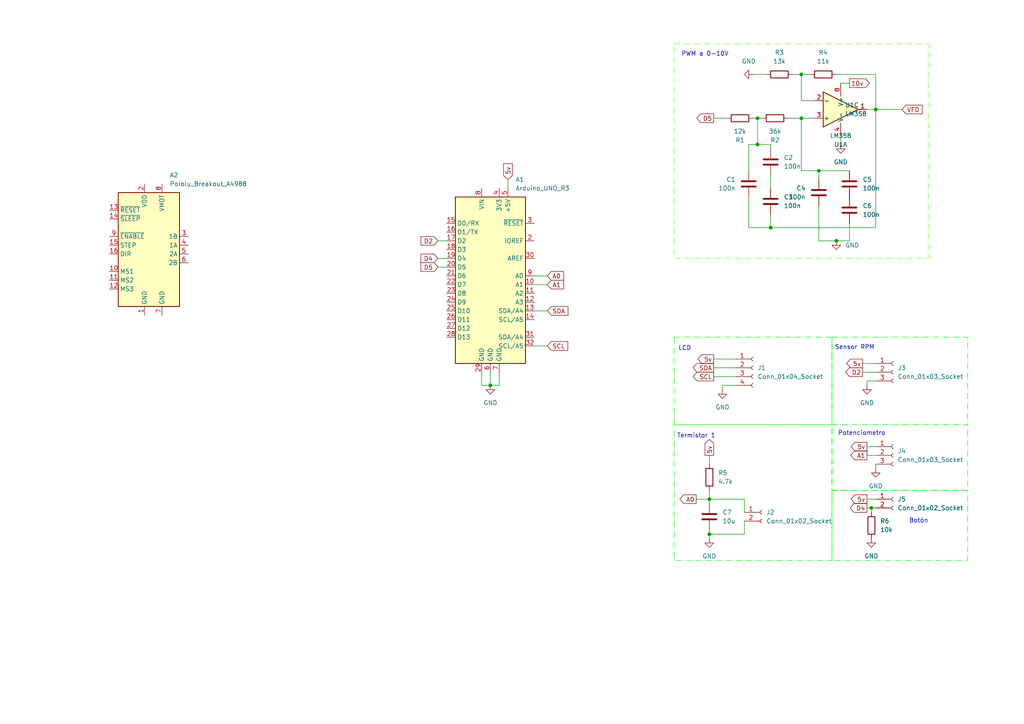
<source format=kicad_sch>
(kicad_sch
	(version 20231120)
	(generator "eeschema")
	(generator_version "8.0")
	(uuid "2f50377a-ce32-4fd2-8494-d16615b78020")
	(paper "A4")
	(lib_symbols
		(symbol "Amplifier_Operational:LM358"
			(pin_names
				(offset 0.127)
			)
			(exclude_from_sim no)
			(in_bom yes)
			(on_board yes)
			(property "Reference" "U"
				(at 0 5.08 0)
				(effects
					(font
						(size 1.27 1.27)
					)
					(justify left)
				)
			)
			(property "Value" "LM358"
				(at 0 -5.08 0)
				(effects
					(font
						(size 1.27 1.27)
					)
					(justify left)
				)
			)
			(property "Footprint" ""
				(at 0 0 0)
				(effects
					(font
						(size 1.27 1.27)
					)
					(hide yes)
				)
			)
			(property "Datasheet" "http://www.ti.com/lit/ds/symlink/lm2904-n.pdf"
				(at 0 0 0)
				(effects
					(font
						(size 1.27 1.27)
					)
					(hide yes)
				)
			)
			(property "Description" "Low-Power, Dual Operational Amplifiers, DIP-8/SOIC-8/TO-99-8"
				(at 0 0 0)
				(effects
					(font
						(size 1.27 1.27)
					)
					(hide yes)
				)
			)
			(property "ki_locked" ""
				(at 0 0 0)
				(effects
					(font
						(size 1.27 1.27)
					)
				)
			)
			(property "ki_keywords" "dual opamp"
				(at 0 0 0)
				(effects
					(font
						(size 1.27 1.27)
					)
					(hide yes)
				)
			)
			(property "ki_fp_filters" "SOIC*3.9x4.9mm*P1.27mm* DIP*W7.62mm* TO*99* OnSemi*Micro8* TSSOP*3x3mm*P0.65mm* TSSOP*4.4x3mm*P0.65mm* MSOP*3x3mm*P0.65mm* SSOP*3.9x4.9mm*P0.635mm* LFCSP*2x2mm*P0.5mm* *SIP* SOIC*5.3x6.2mm*P1.27mm*"
				(at 0 0 0)
				(effects
					(font
						(size 1.27 1.27)
					)
					(hide yes)
				)
			)
			(symbol "LM358_1_1"
				(polyline
					(pts
						(xy -5.08 5.08) (xy 5.08 0) (xy -5.08 -5.08) (xy -5.08 5.08)
					)
					(stroke
						(width 0.254)
						(type default)
					)
					(fill
						(type background)
					)
				)
				(pin output line
					(at 7.62 0 180)
					(length 2.54)
					(name "~"
						(effects
							(font
								(size 1.27 1.27)
							)
						)
					)
					(number "1"
						(effects
							(font
								(size 1.27 1.27)
							)
						)
					)
				)
				(pin input line
					(at -7.62 -2.54 0)
					(length 2.54)
					(name "-"
						(effects
							(font
								(size 1.27 1.27)
							)
						)
					)
					(number "2"
						(effects
							(font
								(size 1.27 1.27)
							)
						)
					)
				)
				(pin input line
					(at -7.62 2.54 0)
					(length 2.54)
					(name "+"
						(effects
							(font
								(size 1.27 1.27)
							)
						)
					)
					(number "3"
						(effects
							(font
								(size 1.27 1.27)
							)
						)
					)
				)
			)
			(symbol "LM358_2_1"
				(polyline
					(pts
						(xy -5.08 5.08) (xy 5.08 0) (xy -5.08 -5.08) (xy -5.08 5.08)
					)
					(stroke
						(width 0.254)
						(type default)
					)
					(fill
						(type background)
					)
				)
				(pin input line
					(at -7.62 2.54 0)
					(length 2.54)
					(name "+"
						(effects
							(font
								(size 1.27 1.27)
							)
						)
					)
					(number "5"
						(effects
							(font
								(size 1.27 1.27)
							)
						)
					)
				)
				(pin input line
					(at -7.62 -2.54 0)
					(length 2.54)
					(name "-"
						(effects
							(font
								(size 1.27 1.27)
							)
						)
					)
					(number "6"
						(effects
							(font
								(size 1.27 1.27)
							)
						)
					)
				)
				(pin output line
					(at 7.62 0 180)
					(length 2.54)
					(name "~"
						(effects
							(font
								(size 1.27 1.27)
							)
						)
					)
					(number "7"
						(effects
							(font
								(size 1.27 1.27)
							)
						)
					)
				)
			)
			(symbol "LM358_3_1"
				(pin power_in line
					(at -2.54 -7.62 90)
					(length 3.81)
					(name "V-"
						(effects
							(font
								(size 1.27 1.27)
							)
						)
					)
					(number "4"
						(effects
							(font
								(size 1.27 1.27)
							)
						)
					)
				)
				(pin power_in line
					(at -2.54 7.62 270)
					(length 3.81)
					(name "V+"
						(effects
							(font
								(size 1.27 1.27)
							)
						)
					)
					(number "8"
						(effects
							(font
								(size 1.27 1.27)
							)
						)
					)
				)
			)
		)
		(symbol "Connector:Conn_01x02_Socket"
			(pin_names
				(offset 1.016) hide)
			(exclude_from_sim no)
			(in_bom yes)
			(on_board yes)
			(property "Reference" "J"
				(at 0 2.54 0)
				(effects
					(font
						(size 1.27 1.27)
					)
				)
			)
			(property "Value" "Conn_01x02_Socket"
				(at 0 -5.08 0)
				(effects
					(font
						(size 1.27 1.27)
					)
				)
			)
			(property "Footprint" ""
				(at 0 0 0)
				(effects
					(font
						(size 1.27 1.27)
					)
					(hide yes)
				)
			)
			(property "Datasheet" "~"
				(at 0 0 0)
				(effects
					(font
						(size 1.27 1.27)
					)
					(hide yes)
				)
			)
			(property "Description" "Generic connector, single row, 01x02, script generated"
				(at 0 0 0)
				(effects
					(font
						(size 1.27 1.27)
					)
					(hide yes)
				)
			)
			(property "ki_locked" ""
				(at 0 0 0)
				(effects
					(font
						(size 1.27 1.27)
					)
				)
			)
			(property "ki_keywords" "connector"
				(at 0 0 0)
				(effects
					(font
						(size 1.27 1.27)
					)
					(hide yes)
				)
			)
			(property "ki_fp_filters" "Connector*:*_1x??_*"
				(at 0 0 0)
				(effects
					(font
						(size 1.27 1.27)
					)
					(hide yes)
				)
			)
			(symbol "Conn_01x02_Socket_1_1"
				(arc
					(start 0 -2.032)
					(mid -0.5058 -2.54)
					(end 0 -3.048)
					(stroke
						(width 0.1524)
						(type default)
					)
					(fill
						(type none)
					)
				)
				(polyline
					(pts
						(xy -1.27 -2.54) (xy -0.508 -2.54)
					)
					(stroke
						(width 0.1524)
						(type default)
					)
					(fill
						(type none)
					)
				)
				(polyline
					(pts
						(xy -1.27 0) (xy -0.508 0)
					)
					(stroke
						(width 0.1524)
						(type default)
					)
					(fill
						(type none)
					)
				)
				(arc
					(start 0 0.508)
					(mid -0.5058 0)
					(end 0 -0.508)
					(stroke
						(width 0.1524)
						(type default)
					)
					(fill
						(type none)
					)
				)
				(pin passive line
					(at -5.08 0 0)
					(length 3.81)
					(name "Pin_1"
						(effects
							(font
								(size 1.27 1.27)
							)
						)
					)
					(number "1"
						(effects
							(font
								(size 1.27 1.27)
							)
						)
					)
				)
				(pin passive line
					(at -5.08 -2.54 0)
					(length 3.81)
					(name "Pin_2"
						(effects
							(font
								(size 1.27 1.27)
							)
						)
					)
					(number "2"
						(effects
							(font
								(size 1.27 1.27)
							)
						)
					)
				)
			)
		)
		(symbol "Connector:Conn_01x03_Socket"
			(pin_names
				(offset 1.016) hide)
			(exclude_from_sim no)
			(in_bom yes)
			(on_board yes)
			(property "Reference" "J"
				(at 0 5.08 0)
				(effects
					(font
						(size 1.27 1.27)
					)
				)
			)
			(property "Value" "Conn_01x03_Socket"
				(at 0 -5.08 0)
				(effects
					(font
						(size 1.27 1.27)
					)
				)
			)
			(property "Footprint" ""
				(at 0 0 0)
				(effects
					(font
						(size 1.27 1.27)
					)
					(hide yes)
				)
			)
			(property "Datasheet" "~"
				(at 0 0 0)
				(effects
					(font
						(size 1.27 1.27)
					)
					(hide yes)
				)
			)
			(property "Description" "Generic connector, single row, 01x03, script generated"
				(at 0 0 0)
				(effects
					(font
						(size 1.27 1.27)
					)
					(hide yes)
				)
			)
			(property "ki_locked" ""
				(at 0 0 0)
				(effects
					(font
						(size 1.27 1.27)
					)
				)
			)
			(property "ki_keywords" "connector"
				(at 0 0 0)
				(effects
					(font
						(size 1.27 1.27)
					)
					(hide yes)
				)
			)
			(property "ki_fp_filters" "Connector*:*_1x??_*"
				(at 0 0 0)
				(effects
					(font
						(size 1.27 1.27)
					)
					(hide yes)
				)
			)
			(symbol "Conn_01x03_Socket_1_1"
				(arc
					(start 0 -2.032)
					(mid -0.5058 -2.54)
					(end 0 -3.048)
					(stroke
						(width 0.1524)
						(type default)
					)
					(fill
						(type none)
					)
				)
				(polyline
					(pts
						(xy -1.27 -2.54) (xy -0.508 -2.54)
					)
					(stroke
						(width 0.1524)
						(type default)
					)
					(fill
						(type none)
					)
				)
				(polyline
					(pts
						(xy -1.27 0) (xy -0.508 0)
					)
					(stroke
						(width 0.1524)
						(type default)
					)
					(fill
						(type none)
					)
				)
				(polyline
					(pts
						(xy -1.27 2.54) (xy -0.508 2.54)
					)
					(stroke
						(width 0.1524)
						(type default)
					)
					(fill
						(type none)
					)
				)
				(arc
					(start 0 0.508)
					(mid -0.5058 0)
					(end 0 -0.508)
					(stroke
						(width 0.1524)
						(type default)
					)
					(fill
						(type none)
					)
				)
				(arc
					(start 0 3.048)
					(mid -0.5058 2.54)
					(end 0 2.032)
					(stroke
						(width 0.1524)
						(type default)
					)
					(fill
						(type none)
					)
				)
				(pin passive line
					(at -5.08 2.54 0)
					(length 3.81)
					(name "Pin_1"
						(effects
							(font
								(size 1.27 1.27)
							)
						)
					)
					(number "1"
						(effects
							(font
								(size 1.27 1.27)
							)
						)
					)
				)
				(pin passive line
					(at -5.08 0 0)
					(length 3.81)
					(name "Pin_2"
						(effects
							(font
								(size 1.27 1.27)
							)
						)
					)
					(number "2"
						(effects
							(font
								(size 1.27 1.27)
							)
						)
					)
				)
				(pin passive line
					(at -5.08 -2.54 0)
					(length 3.81)
					(name "Pin_3"
						(effects
							(font
								(size 1.27 1.27)
							)
						)
					)
					(number "3"
						(effects
							(font
								(size 1.27 1.27)
							)
						)
					)
				)
			)
		)
		(symbol "Connector:Conn_01x04_Socket"
			(pin_names
				(offset 1.016) hide)
			(exclude_from_sim no)
			(in_bom yes)
			(on_board yes)
			(property "Reference" "J"
				(at 0 5.08 0)
				(effects
					(font
						(size 1.27 1.27)
					)
				)
			)
			(property "Value" "Conn_01x04_Socket"
				(at 0 -7.62 0)
				(effects
					(font
						(size 1.27 1.27)
					)
				)
			)
			(property "Footprint" ""
				(at 0 0 0)
				(effects
					(font
						(size 1.27 1.27)
					)
					(hide yes)
				)
			)
			(property "Datasheet" "~"
				(at 0 0 0)
				(effects
					(font
						(size 1.27 1.27)
					)
					(hide yes)
				)
			)
			(property "Description" "Generic connector, single row, 01x04, script generated"
				(at 0 0 0)
				(effects
					(font
						(size 1.27 1.27)
					)
					(hide yes)
				)
			)
			(property "ki_locked" ""
				(at 0 0 0)
				(effects
					(font
						(size 1.27 1.27)
					)
				)
			)
			(property "ki_keywords" "connector"
				(at 0 0 0)
				(effects
					(font
						(size 1.27 1.27)
					)
					(hide yes)
				)
			)
			(property "ki_fp_filters" "Connector*:*_1x??_*"
				(at 0 0 0)
				(effects
					(font
						(size 1.27 1.27)
					)
					(hide yes)
				)
			)
			(symbol "Conn_01x04_Socket_1_1"
				(arc
					(start 0 -4.572)
					(mid -0.5058 -5.08)
					(end 0 -5.588)
					(stroke
						(width 0.1524)
						(type default)
					)
					(fill
						(type none)
					)
				)
				(arc
					(start 0 -2.032)
					(mid -0.5058 -2.54)
					(end 0 -3.048)
					(stroke
						(width 0.1524)
						(type default)
					)
					(fill
						(type none)
					)
				)
				(polyline
					(pts
						(xy -1.27 -5.08) (xy -0.508 -5.08)
					)
					(stroke
						(width 0.1524)
						(type default)
					)
					(fill
						(type none)
					)
				)
				(polyline
					(pts
						(xy -1.27 -2.54) (xy -0.508 -2.54)
					)
					(stroke
						(width 0.1524)
						(type default)
					)
					(fill
						(type none)
					)
				)
				(polyline
					(pts
						(xy -1.27 0) (xy -0.508 0)
					)
					(stroke
						(width 0.1524)
						(type default)
					)
					(fill
						(type none)
					)
				)
				(polyline
					(pts
						(xy -1.27 2.54) (xy -0.508 2.54)
					)
					(stroke
						(width 0.1524)
						(type default)
					)
					(fill
						(type none)
					)
				)
				(arc
					(start 0 0.508)
					(mid -0.5058 0)
					(end 0 -0.508)
					(stroke
						(width 0.1524)
						(type default)
					)
					(fill
						(type none)
					)
				)
				(arc
					(start 0 3.048)
					(mid -0.5058 2.54)
					(end 0 2.032)
					(stroke
						(width 0.1524)
						(type default)
					)
					(fill
						(type none)
					)
				)
				(pin passive line
					(at -5.08 2.54 0)
					(length 3.81)
					(name "Pin_1"
						(effects
							(font
								(size 1.27 1.27)
							)
						)
					)
					(number "1"
						(effects
							(font
								(size 1.27 1.27)
							)
						)
					)
				)
				(pin passive line
					(at -5.08 0 0)
					(length 3.81)
					(name "Pin_2"
						(effects
							(font
								(size 1.27 1.27)
							)
						)
					)
					(number "2"
						(effects
							(font
								(size 1.27 1.27)
							)
						)
					)
				)
				(pin passive line
					(at -5.08 -2.54 0)
					(length 3.81)
					(name "Pin_3"
						(effects
							(font
								(size 1.27 1.27)
							)
						)
					)
					(number "3"
						(effects
							(font
								(size 1.27 1.27)
							)
						)
					)
				)
				(pin passive line
					(at -5.08 -5.08 0)
					(length 3.81)
					(name "Pin_4"
						(effects
							(font
								(size 1.27 1.27)
							)
						)
					)
					(number "4"
						(effects
							(font
								(size 1.27 1.27)
							)
						)
					)
				)
			)
		)
		(symbol "Device:C"
			(pin_numbers hide)
			(pin_names
				(offset 0.254)
			)
			(exclude_from_sim no)
			(in_bom yes)
			(on_board yes)
			(property "Reference" "C"
				(at 0.635 2.54 0)
				(effects
					(font
						(size 1.27 1.27)
					)
					(justify left)
				)
			)
			(property "Value" "C"
				(at 0.635 -2.54 0)
				(effects
					(font
						(size 1.27 1.27)
					)
					(justify left)
				)
			)
			(property "Footprint" ""
				(at 0.9652 -3.81 0)
				(effects
					(font
						(size 1.27 1.27)
					)
					(hide yes)
				)
			)
			(property "Datasheet" "~"
				(at 0 0 0)
				(effects
					(font
						(size 1.27 1.27)
					)
					(hide yes)
				)
			)
			(property "Description" "Unpolarized capacitor"
				(at 0 0 0)
				(effects
					(font
						(size 1.27 1.27)
					)
					(hide yes)
				)
			)
			(property "ki_keywords" "cap capacitor"
				(at 0 0 0)
				(effects
					(font
						(size 1.27 1.27)
					)
					(hide yes)
				)
			)
			(property "ki_fp_filters" "C_*"
				(at 0 0 0)
				(effects
					(font
						(size 1.27 1.27)
					)
					(hide yes)
				)
			)
			(symbol "C_0_1"
				(polyline
					(pts
						(xy -2.032 -0.762) (xy 2.032 -0.762)
					)
					(stroke
						(width 0.508)
						(type default)
					)
					(fill
						(type none)
					)
				)
				(polyline
					(pts
						(xy -2.032 0.762) (xy 2.032 0.762)
					)
					(stroke
						(width 0.508)
						(type default)
					)
					(fill
						(type none)
					)
				)
			)
			(symbol "C_1_1"
				(pin passive line
					(at 0 3.81 270)
					(length 2.794)
					(name "~"
						(effects
							(font
								(size 1.27 1.27)
							)
						)
					)
					(number "1"
						(effects
							(font
								(size 1.27 1.27)
							)
						)
					)
				)
				(pin passive line
					(at 0 -3.81 90)
					(length 2.794)
					(name "~"
						(effects
							(font
								(size 1.27 1.27)
							)
						)
					)
					(number "2"
						(effects
							(font
								(size 1.27 1.27)
							)
						)
					)
				)
			)
		)
		(symbol "Device:R"
			(pin_numbers hide)
			(pin_names
				(offset 0)
			)
			(exclude_from_sim no)
			(in_bom yes)
			(on_board yes)
			(property "Reference" "R"
				(at 2.032 0 90)
				(effects
					(font
						(size 1.27 1.27)
					)
				)
			)
			(property "Value" "R"
				(at 0 0 90)
				(effects
					(font
						(size 1.27 1.27)
					)
				)
			)
			(property "Footprint" ""
				(at -1.778 0 90)
				(effects
					(font
						(size 1.27 1.27)
					)
					(hide yes)
				)
			)
			(property "Datasheet" "~"
				(at 0 0 0)
				(effects
					(font
						(size 1.27 1.27)
					)
					(hide yes)
				)
			)
			(property "Description" "Resistor"
				(at 0 0 0)
				(effects
					(font
						(size 1.27 1.27)
					)
					(hide yes)
				)
			)
			(property "ki_keywords" "R res resistor"
				(at 0 0 0)
				(effects
					(font
						(size 1.27 1.27)
					)
					(hide yes)
				)
			)
			(property "ki_fp_filters" "R_*"
				(at 0 0 0)
				(effects
					(font
						(size 1.27 1.27)
					)
					(hide yes)
				)
			)
			(symbol "R_0_1"
				(rectangle
					(start -1.016 -2.54)
					(end 1.016 2.54)
					(stroke
						(width 0.254)
						(type default)
					)
					(fill
						(type none)
					)
				)
			)
			(symbol "R_1_1"
				(pin passive line
					(at 0 3.81 270)
					(length 1.27)
					(name "~"
						(effects
							(font
								(size 1.27 1.27)
							)
						)
					)
					(number "1"
						(effects
							(font
								(size 1.27 1.27)
							)
						)
					)
				)
				(pin passive line
					(at 0 -3.81 90)
					(length 1.27)
					(name "~"
						(effects
							(font
								(size 1.27 1.27)
							)
						)
					)
					(number "2"
						(effects
							(font
								(size 1.27 1.27)
							)
						)
					)
				)
			)
		)
		(symbol "Driver_Motor:Pololu_Breakout_A4988"
			(exclude_from_sim no)
			(in_bom yes)
			(on_board yes)
			(property "Reference" "A"
				(at -2.54 19.05 0)
				(effects
					(font
						(size 1.27 1.27)
					)
					(justify right)
				)
			)
			(property "Value" "Pololu_Breakout_A4988"
				(at -2.54 16.51 0)
				(effects
					(font
						(size 1.27 1.27)
					)
					(justify right)
				)
			)
			(property "Footprint" "Module:Pololu_Breakout-16_15.2x20.3mm"
				(at 6.985 -19.05 0)
				(effects
					(font
						(size 1.27 1.27)
					)
					(justify left)
					(hide yes)
				)
			)
			(property "Datasheet" "https://www.pololu.com/product/2980/pictures"
				(at 2.54 -7.62 0)
				(effects
					(font
						(size 1.27 1.27)
					)
					(hide yes)
				)
			)
			(property "Description" "Pololu Breakout Board, Stepper Driver A4988"
				(at 0 0 0)
				(effects
					(font
						(size 1.27 1.27)
					)
					(hide yes)
				)
			)
			(property "ki_keywords" "Pololu Breakout Board Stepper Driver A4988"
				(at 0 0 0)
				(effects
					(font
						(size 1.27 1.27)
					)
					(hide yes)
				)
			)
			(property "ki_fp_filters" "Pololu*Breakout*15.2x20.3mm*"
				(at 0 0 0)
				(effects
					(font
						(size 1.27 1.27)
					)
					(hide yes)
				)
			)
			(symbol "Pololu_Breakout_A4988_0_1"
				(rectangle
					(start 10.16 -17.78)
					(end -7.62 15.24)
					(stroke
						(width 0.254)
						(type default)
					)
					(fill
						(type background)
					)
				)
			)
			(symbol "Pololu_Breakout_A4988_1_1"
				(pin power_in line
					(at 0 -20.32 90)
					(length 2.54)
					(name "GND"
						(effects
							(font
								(size 1.27 1.27)
							)
						)
					)
					(number "1"
						(effects
							(font
								(size 1.27 1.27)
							)
						)
					)
				)
				(pin input line
					(at -10.16 -7.62 0)
					(length 2.54)
					(name "MS1"
						(effects
							(font
								(size 1.27 1.27)
							)
						)
					)
					(number "10"
						(effects
							(font
								(size 1.27 1.27)
							)
						)
					)
				)
				(pin input line
					(at -10.16 -10.16 0)
					(length 2.54)
					(name "MS2"
						(effects
							(font
								(size 1.27 1.27)
							)
						)
					)
					(number "11"
						(effects
							(font
								(size 1.27 1.27)
							)
						)
					)
				)
				(pin input line
					(at -10.16 -12.7 0)
					(length 2.54)
					(name "MS3"
						(effects
							(font
								(size 1.27 1.27)
							)
						)
					)
					(number "12"
						(effects
							(font
								(size 1.27 1.27)
							)
						)
					)
				)
				(pin input line
					(at -10.16 10.16 0)
					(length 2.54)
					(name "~{RESET}"
						(effects
							(font
								(size 1.27 1.27)
							)
						)
					)
					(number "13"
						(effects
							(font
								(size 1.27 1.27)
							)
						)
					)
				)
				(pin input line
					(at -10.16 7.62 0)
					(length 2.54)
					(name "~{SLEEP}"
						(effects
							(font
								(size 1.27 1.27)
							)
						)
					)
					(number "14"
						(effects
							(font
								(size 1.27 1.27)
							)
						)
					)
				)
				(pin input line
					(at -10.16 0 0)
					(length 2.54)
					(name "STEP"
						(effects
							(font
								(size 1.27 1.27)
							)
						)
					)
					(number "15"
						(effects
							(font
								(size 1.27 1.27)
							)
						)
					)
				)
				(pin input line
					(at -10.16 -2.54 0)
					(length 2.54)
					(name "DIR"
						(effects
							(font
								(size 1.27 1.27)
							)
						)
					)
					(number "16"
						(effects
							(font
								(size 1.27 1.27)
							)
						)
					)
				)
				(pin power_in line
					(at 0 17.78 270)
					(length 2.54)
					(name "VDD"
						(effects
							(font
								(size 1.27 1.27)
							)
						)
					)
					(number "2"
						(effects
							(font
								(size 1.27 1.27)
							)
						)
					)
				)
				(pin output line
					(at 12.7 2.54 180)
					(length 2.54)
					(name "1B"
						(effects
							(font
								(size 1.27 1.27)
							)
						)
					)
					(number "3"
						(effects
							(font
								(size 1.27 1.27)
							)
						)
					)
				)
				(pin output line
					(at 12.7 0 180)
					(length 2.54)
					(name "1A"
						(effects
							(font
								(size 1.27 1.27)
							)
						)
					)
					(number "4"
						(effects
							(font
								(size 1.27 1.27)
							)
						)
					)
				)
				(pin output line
					(at 12.7 -2.54 180)
					(length 2.54)
					(name "2A"
						(effects
							(font
								(size 1.27 1.27)
							)
						)
					)
					(number "5"
						(effects
							(font
								(size 1.27 1.27)
							)
						)
					)
				)
				(pin output line
					(at 12.7 -5.08 180)
					(length 2.54)
					(name "2B"
						(effects
							(font
								(size 1.27 1.27)
							)
						)
					)
					(number "6"
						(effects
							(font
								(size 1.27 1.27)
							)
						)
					)
				)
				(pin power_in line
					(at 5.08 -20.32 90)
					(length 2.54)
					(name "GND"
						(effects
							(font
								(size 1.27 1.27)
							)
						)
					)
					(number "7"
						(effects
							(font
								(size 1.27 1.27)
							)
						)
					)
				)
				(pin power_in line
					(at 5.08 17.78 270)
					(length 2.54)
					(name "VMOT"
						(effects
							(font
								(size 1.27 1.27)
							)
						)
					)
					(number "8"
						(effects
							(font
								(size 1.27 1.27)
							)
						)
					)
				)
				(pin input line
					(at -10.16 2.54 0)
					(length 2.54)
					(name "~{ENABLE}"
						(effects
							(font
								(size 1.27 1.27)
							)
						)
					)
					(number "9"
						(effects
							(font
								(size 1.27 1.27)
							)
						)
					)
				)
			)
		)
		(symbol "MCU_Module:Arduino_UNO_R3"
			(exclude_from_sim no)
			(in_bom yes)
			(on_board yes)
			(property "Reference" "A"
				(at -10.16 23.495 0)
				(effects
					(font
						(size 1.27 1.27)
					)
					(justify left bottom)
				)
			)
			(property "Value" "Arduino_UNO_R3"
				(at 5.08 -26.67 0)
				(effects
					(font
						(size 1.27 1.27)
					)
					(justify left top)
				)
			)
			(property "Footprint" "Module:Arduino_UNO_R3"
				(at 0 0 0)
				(effects
					(font
						(size 1.27 1.27)
						(italic yes)
					)
					(hide yes)
				)
			)
			(property "Datasheet" "https://www.arduino.cc/en/Main/arduinoBoardUno"
				(at 0 0 0)
				(effects
					(font
						(size 1.27 1.27)
					)
					(hide yes)
				)
			)
			(property "Description" "Arduino UNO Microcontroller Module, release 3"
				(at 0 0 0)
				(effects
					(font
						(size 1.27 1.27)
					)
					(hide yes)
				)
			)
			(property "ki_keywords" "Arduino UNO R3 Microcontroller Module Atmel AVR USB"
				(at 0 0 0)
				(effects
					(font
						(size 1.27 1.27)
					)
					(hide yes)
				)
			)
			(property "ki_fp_filters" "Arduino*UNO*R3*"
				(at 0 0 0)
				(effects
					(font
						(size 1.27 1.27)
					)
					(hide yes)
				)
			)
			(symbol "Arduino_UNO_R3_0_1"
				(rectangle
					(start -10.16 22.86)
					(end 10.16 -25.4)
					(stroke
						(width 0.254)
						(type default)
					)
					(fill
						(type background)
					)
				)
			)
			(symbol "Arduino_UNO_R3_1_1"
				(pin no_connect line
					(at -10.16 -20.32 0)
					(length 2.54) hide
					(name "NC"
						(effects
							(font
								(size 1.27 1.27)
							)
						)
					)
					(number "1"
						(effects
							(font
								(size 1.27 1.27)
							)
						)
					)
				)
				(pin bidirectional line
					(at 12.7 -2.54 180)
					(length 2.54)
					(name "A1"
						(effects
							(font
								(size 1.27 1.27)
							)
						)
					)
					(number "10"
						(effects
							(font
								(size 1.27 1.27)
							)
						)
					)
				)
				(pin bidirectional line
					(at 12.7 -5.08 180)
					(length 2.54)
					(name "A2"
						(effects
							(font
								(size 1.27 1.27)
							)
						)
					)
					(number "11"
						(effects
							(font
								(size 1.27 1.27)
							)
						)
					)
				)
				(pin bidirectional line
					(at 12.7 -7.62 180)
					(length 2.54)
					(name "A3"
						(effects
							(font
								(size 1.27 1.27)
							)
						)
					)
					(number "12"
						(effects
							(font
								(size 1.27 1.27)
							)
						)
					)
				)
				(pin bidirectional line
					(at 12.7 -10.16 180)
					(length 2.54)
					(name "SDA/A4"
						(effects
							(font
								(size 1.27 1.27)
							)
						)
					)
					(number "13"
						(effects
							(font
								(size 1.27 1.27)
							)
						)
					)
				)
				(pin bidirectional line
					(at 12.7 -12.7 180)
					(length 2.54)
					(name "SCL/A5"
						(effects
							(font
								(size 1.27 1.27)
							)
						)
					)
					(number "14"
						(effects
							(font
								(size 1.27 1.27)
							)
						)
					)
				)
				(pin bidirectional line
					(at -12.7 15.24 0)
					(length 2.54)
					(name "D0/RX"
						(effects
							(font
								(size 1.27 1.27)
							)
						)
					)
					(number "15"
						(effects
							(font
								(size 1.27 1.27)
							)
						)
					)
				)
				(pin bidirectional line
					(at -12.7 12.7 0)
					(length 2.54)
					(name "D1/TX"
						(effects
							(font
								(size 1.27 1.27)
							)
						)
					)
					(number "16"
						(effects
							(font
								(size 1.27 1.27)
							)
						)
					)
				)
				(pin bidirectional line
					(at -12.7 10.16 0)
					(length 2.54)
					(name "D2"
						(effects
							(font
								(size 1.27 1.27)
							)
						)
					)
					(number "17"
						(effects
							(font
								(size 1.27 1.27)
							)
						)
					)
				)
				(pin bidirectional line
					(at -12.7 7.62 0)
					(length 2.54)
					(name "D3"
						(effects
							(font
								(size 1.27 1.27)
							)
						)
					)
					(number "18"
						(effects
							(font
								(size 1.27 1.27)
							)
						)
					)
				)
				(pin bidirectional line
					(at -12.7 5.08 0)
					(length 2.54)
					(name "D4"
						(effects
							(font
								(size 1.27 1.27)
							)
						)
					)
					(number "19"
						(effects
							(font
								(size 1.27 1.27)
							)
						)
					)
				)
				(pin output line
					(at 12.7 10.16 180)
					(length 2.54)
					(name "IOREF"
						(effects
							(font
								(size 1.27 1.27)
							)
						)
					)
					(number "2"
						(effects
							(font
								(size 1.27 1.27)
							)
						)
					)
				)
				(pin bidirectional line
					(at -12.7 2.54 0)
					(length 2.54)
					(name "D5"
						(effects
							(font
								(size 1.27 1.27)
							)
						)
					)
					(number "20"
						(effects
							(font
								(size 1.27 1.27)
							)
						)
					)
				)
				(pin bidirectional line
					(at -12.7 0 0)
					(length 2.54)
					(name "D6"
						(effects
							(font
								(size 1.27 1.27)
							)
						)
					)
					(number "21"
						(effects
							(font
								(size 1.27 1.27)
							)
						)
					)
				)
				(pin bidirectional line
					(at -12.7 -2.54 0)
					(length 2.54)
					(name "D7"
						(effects
							(font
								(size 1.27 1.27)
							)
						)
					)
					(number "22"
						(effects
							(font
								(size 1.27 1.27)
							)
						)
					)
				)
				(pin bidirectional line
					(at -12.7 -5.08 0)
					(length 2.54)
					(name "D8"
						(effects
							(font
								(size 1.27 1.27)
							)
						)
					)
					(number "23"
						(effects
							(font
								(size 1.27 1.27)
							)
						)
					)
				)
				(pin bidirectional line
					(at -12.7 -7.62 0)
					(length 2.54)
					(name "D9"
						(effects
							(font
								(size 1.27 1.27)
							)
						)
					)
					(number "24"
						(effects
							(font
								(size 1.27 1.27)
							)
						)
					)
				)
				(pin bidirectional line
					(at -12.7 -10.16 0)
					(length 2.54)
					(name "D10"
						(effects
							(font
								(size 1.27 1.27)
							)
						)
					)
					(number "25"
						(effects
							(font
								(size 1.27 1.27)
							)
						)
					)
				)
				(pin bidirectional line
					(at -12.7 -12.7 0)
					(length 2.54)
					(name "D11"
						(effects
							(font
								(size 1.27 1.27)
							)
						)
					)
					(number "26"
						(effects
							(font
								(size 1.27 1.27)
							)
						)
					)
				)
				(pin bidirectional line
					(at -12.7 -15.24 0)
					(length 2.54)
					(name "D12"
						(effects
							(font
								(size 1.27 1.27)
							)
						)
					)
					(number "27"
						(effects
							(font
								(size 1.27 1.27)
							)
						)
					)
				)
				(pin bidirectional line
					(at -12.7 -17.78 0)
					(length 2.54)
					(name "D13"
						(effects
							(font
								(size 1.27 1.27)
							)
						)
					)
					(number "28"
						(effects
							(font
								(size 1.27 1.27)
							)
						)
					)
				)
				(pin power_in line
					(at -2.54 -27.94 90)
					(length 2.54)
					(name "GND"
						(effects
							(font
								(size 1.27 1.27)
							)
						)
					)
					(number "29"
						(effects
							(font
								(size 1.27 1.27)
							)
						)
					)
				)
				(pin input line
					(at 12.7 15.24 180)
					(length 2.54)
					(name "~{RESET}"
						(effects
							(font
								(size 1.27 1.27)
							)
						)
					)
					(number "3"
						(effects
							(font
								(size 1.27 1.27)
							)
						)
					)
				)
				(pin input line
					(at 12.7 5.08 180)
					(length 2.54)
					(name "AREF"
						(effects
							(font
								(size 1.27 1.27)
							)
						)
					)
					(number "30"
						(effects
							(font
								(size 1.27 1.27)
							)
						)
					)
				)
				(pin bidirectional line
					(at 12.7 -17.78 180)
					(length 2.54)
					(name "SDA/A4"
						(effects
							(font
								(size 1.27 1.27)
							)
						)
					)
					(number "31"
						(effects
							(font
								(size 1.27 1.27)
							)
						)
					)
				)
				(pin bidirectional line
					(at 12.7 -20.32 180)
					(length 2.54)
					(name "SCL/A5"
						(effects
							(font
								(size 1.27 1.27)
							)
						)
					)
					(number "32"
						(effects
							(font
								(size 1.27 1.27)
							)
						)
					)
				)
				(pin power_out line
					(at 2.54 25.4 270)
					(length 2.54)
					(name "3V3"
						(effects
							(font
								(size 1.27 1.27)
							)
						)
					)
					(number "4"
						(effects
							(font
								(size 1.27 1.27)
							)
						)
					)
				)
				(pin power_out line
					(at 5.08 25.4 270)
					(length 2.54)
					(name "+5V"
						(effects
							(font
								(size 1.27 1.27)
							)
						)
					)
					(number "5"
						(effects
							(font
								(size 1.27 1.27)
							)
						)
					)
				)
				(pin power_in line
					(at 0 -27.94 90)
					(length 2.54)
					(name "GND"
						(effects
							(font
								(size 1.27 1.27)
							)
						)
					)
					(number "6"
						(effects
							(font
								(size 1.27 1.27)
							)
						)
					)
				)
				(pin power_in line
					(at 2.54 -27.94 90)
					(length 2.54)
					(name "GND"
						(effects
							(font
								(size 1.27 1.27)
							)
						)
					)
					(number "7"
						(effects
							(font
								(size 1.27 1.27)
							)
						)
					)
				)
				(pin power_in line
					(at -2.54 25.4 270)
					(length 2.54)
					(name "VIN"
						(effects
							(font
								(size 1.27 1.27)
							)
						)
					)
					(number "8"
						(effects
							(font
								(size 1.27 1.27)
							)
						)
					)
				)
				(pin bidirectional line
					(at 12.7 0 180)
					(length 2.54)
					(name "A0"
						(effects
							(font
								(size 1.27 1.27)
							)
						)
					)
					(number "9"
						(effects
							(font
								(size 1.27 1.27)
							)
						)
					)
				)
			)
		)
		(symbol "power:GND"
			(power)
			(pin_numbers hide)
			(pin_names
				(offset 0) hide)
			(exclude_from_sim no)
			(in_bom yes)
			(on_board yes)
			(property "Reference" "#PWR"
				(at 0 -6.35 0)
				(effects
					(font
						(size 1.27 1.27)
					)
					(hide yes)
				)
			)
			(property "Value" "GND"
				(at 0 -3.81 0)
				(effects
					(font
						(size 1.27 1.27)
					)
				)
			)
			(property "Footprint" ""
				(at 0 0 0)
				(effects
					(font
						(size 1.27 1.27)
					)
					(hide yes)
				)
			)
			(property "Datasheet" ""
				(at 0 0 0)
				(effects
					(font
						(size 1.27 1.27)
					)
					(hide yes)
				)
			)
			(property "Description" "Power symbol creates a global label with name \"GND\" , ground"
				(at 0 0 0)
				(effects
					(font
						(size 1.27 1.27)
					)
					(hide yes)
				)
			)
			(property "ki_keywords" "global power"
				(at 0 0 0)
				(effects
					(font
						(size 1.27 1.27)
					)
					(hide yes)
				)
			)
			(symbol "GND_0_1"
				(polyline
					(pts
						(xy 0 0) (xy 0 -1.27) (xy 1.27 -1.27) (xy 0 -2.54) (xy -1.27 -1.27) (xy 0 -1.27)
					)
					(stroke
						(width 0)
						(type default)
					)
					(fill
						(type none)
					)
				)
			)
			(symbol "GND_1_1"
				(pin power_in line
					(at 0 0 270)
					(length 0)
					(name "~"
						(effects
							(font
								(size 1.27 1.27)
							)
						)
					)
					(number "1"
						(effects
							(font
								(size 1.27 1.27)
							)
						)
					)
				)
			)
		)
	)
	(junction
		(at 237.49 49.53)
		(diameter 0)
		(color 0 0 0 0)
		(uuid "0526d063-2a42-40f1-8657-de2b5060f700")
	)
	(junction
		(at 252.73 147.32)
		(diameter 0)
		(color 0 0 0 0)
		(uuid "21b9ed56-98c6-4bbe-b112-ddd34b207e0c")
	)
	(junction
		(at 219.71 34.29)
		(diameter 0)
		(color 0 0 0 0)
		(uuid "3eb653d0-66e1-4836-b04a-ca91f6c9cd0a")
	)
	(junction
		(at 254 31.75)
		(diameter 0)
		(color 0 0 0 0)
		(uuid "729915c6-39ab-464e-99ec-bcda233c3e84")
	)
	(junction
		(at 142.24 111.76)
		(diameter 0)
		(color 0 0 0 0)
		(uuid "7b8ea32c-4e49-4b09-ae5e-d97138e80748")
	)
	(junction
		(at 223.52 66.04)
		(diameter 0)
		(color 0 0 0 0)
		(uuid "803e69e4-5f3d-4690-b449-0fb450812e41")
	)
	(junction
		(at 205.74 144.78)
		(diameter 0)
		(color 0 0 0 0)
		(uuid "814ae647-8c72-461d-83af-714ff8d17787")
	)
	(junction
		(at 232.41 34.29)
		(diameter 0)
		(color 0 0 0 0)
		(uuid "814edc0d-a596-4b2c-a9b3-57f9dd6738e1")
	)
	(junction
		(at 205.74 154.94)
		(diameter 0)
		(color 0 0 0 0)
		(uuid "8d29a811-8894-4e8d-bfc6-fef3587b4d9f")
	)
	(junction
		(at 242.57 69.85)
		(diameter 0)
		(color 0 0 0 0)
		(uuid "99fd17ed-e9cd-4c3a-a533-4d66b92c6ab1")
	)
	(junction
		(at 219.71 41.91)
		(diameter 0)
		(color 0 0 0 0)
		(uuid "a51456a6-1de0-4168-b181-ce4343ccc52d")
	)
	(junction
		(at 232.41 21.59)
		(diameter 0)
		(color 0 0 0 0)
		(uuid "c06cf632-6d4c-42b3-a2b1-91ca59f72def")
	)
	(wire
		(pts
			(xy 207.01 104.14) (xy 213.36 104.14)
		)
		(stroke
			(width 0)
			(type default)
		)
		(uuid "0236bcd9-184c-4fe0-a8e4-31f3acb87375")
	)
	(wire
		(pts
			(xy 217.17 57.15) (xy 217.17 66.04)
		)
		(stroke
			(width 0)
			(type default)
		)
		(uuid "0a442a64-1100-44a6-9683-9ca4dcf158d9")
	)
	(wire
		(pts
			(xy 207.01 34.29) (xy 210.82 34.29)
		)
		(stroke
			(width 0)
			(type default)
		)
		(uuid "0d9d655e-5dae-4d0c-bcb3-c9959f0579ff")
	)
	(wire
		(pts
			(xy 223.52 41.91) (xy 223.52 43.18)
		)
		(stroke
			(width 0)
			(type default)
		)
		(uuid "1298c729-24ad-4499-acb6-a6571809e8f5")
	)
	(wire
		(pts
			(xy 205.74 144.78) (xy 205.74 146.05)
		)
		(stroke
			(width 0)
			(type default)
		)
		(uuid "1503ed8e-c783-4264-ae2a-af4e6dcb79d2")
	)
	(wire
		(pts
			(xy 154.94 100.33) (xy 158.75 100.33)
		)
		(stroke
			(width 0)
			(type default)
		)
		(uuid "1f5f635c-b87f-4d58-bd69-fd0ebd42f135")
	)
	(wire
		(pts
			(xy 201.93 144.78) (xy 205.74 144.78)
		)
		(stroke
			(width 0)
			(type default)
		)
		(uuid "254ff39f-fa51-4e03-b2e4-c81e9ae6ee82")
	)
	(wire
		(pts
			(xy 243.84 24.13) (xy 246.38 24.13)
		)
		(stroke
			(width 0)
			(type default)
		)
		(uuid "2916f5b1-5a0f-4687-9793-f4dc70e57b48")
	)
	(wire
		(pts
			(xy 251.46 31.75) (xy 254 31.75)
		)
		(stroke
			(width 0)
			(type default)
		)
		(uuid "32ec8c7e-a7eb-4a00-af3b-d8f4c8408074")
	)
	(wire
		(pts
			(xy 251.46 110.49) (xy 254 110.49)
		)
		(stroke
			(width 0)
			(type default)
		)
		(uuid "3329e599-c385-44ca-bf75-7e94e783a50d")
	)
	(wire
		(pts
			(xy 237.49 49.53) (xy 237.49 52.07)
		)
		(stroke
			(width 0)
			(type default)
		)
		(uuid "38a8f307-8e7e-41d0-aad7-c18b6e5a65ea")
	)
	(wire
		(pts
			(xy 142.24 107.95) (xy 142.24 111.76)
		)
		(stroke
			(width 0)
			(type default)
		)
		(uuid "3a18457f-4663-4d26-be69-1a7df02ea639")
	)
	(wire
		(pts
			(xy 144.78 107.95) (xy 144.78 111.76)
		)
		(stroke
			(width 0)
			(type default)
		)
		(uuid "3bd8e919-353e-4ccc-ad33-be27c029a334")
	)
	(wire
		(pts
			(xy 252.73 147.32) (xy 252.73 148.59)
		)
		(stroke
			(width 0)
			(type default)
		)
		(uuid "3c1d14b0-e181-4b67-938c-92cc0d29368a")
	)
	(wire
		(pts
			(xy 205.74 144.78) (xy 215.9 144.78)
		)
		(stroke
			(width 0)
			(type default)
		)
		(uuid "3ca1c794-e713-4442-b748-123f7b619a03")
	)
	(wire
		(pts
			(xy 251.46 129.54) (xy 254 129.54)
		)
		(stroke
			(width 0)
			(type default)
		)
		(uuid "3f2077d8-921a-4ab0-a893-b1ece579a0cc")
	)
	(wire
		(pts
			(xy 219.71 41.91) (xy 223.52 41.91)
		)
		(stroke
			(width 0)
			(type default)
		)
		(uuid "3f44ff48-ec9d-46e3-b06b-953dc580d75a")
	)
	(wire
		(pts
			(xy 142.24 111.76) (xy 144.78 111.76)
		)
		(stroke
			(width 0)
			(type default)
		)
		(uuid "426108d3-e358-46e0-a33c-ae025a967852")
	)
	(wire
		(pts
			(xy 218.44 21.59) (xy 222.25 21.59)
		)
		(stroke
			(width 0)
			(type default)
		)
		(uuid "45fa66d1-5703-4dba-aca0-090bdd885132")
	)
	(wire
		(pts
			(xy 154.94 90.17) (xy 158.75 90.17)
		)
		(stroke
			(width 0)
			(type default)
		)
		(uuid "46d43ec3-8509-444e-bdeb-227ffacc3e48")
	)
	(wire
		(pts
			(xy 223.52 66.04) (xy 254 66.04)
		)
		(stroke
			(width 0)
			(type default)
		)
		(uuid "4826287e-8cb9-40be-9f25-be00f56b6d12")
	)
	(wire
		(pts
			(xy 232.41 29.21) (xy 236.22 29.21)
		)
		(stroke
			(width 0)
			(type default)
		)
		(uuid "4a0cf4b9-0d8e-47cc-877f-470a95464056")
	)
	(wire
		(pts
			(xy 252.73 147.32) (xy 254 147.32)
		)
		(stroke
			(width 0)
			(type default)
		)
		(uuid "4f402947-261d-47a2-a135-f5d2efd23223")
	)
	(wire
		(pts
			(xy 207.01 109.22) (xy 213.36 109.22)
		)
		(stroke
			(width 0)
			(type default)
		)
		(uuid "568fb848-a5a5-4c2f-9b86-a4ac570b13bb")
	)
	(wire
		(pts
			(xy 254 31.75) (xy 261.62 31.75)
		)
		(stroke
			(width 0)
			(type default)
		)
		(uuid "56c34032-aee0-4547-91e5-20172f147c1d")
	)
	(wire
		(pts
			(xy 219.71 34.29) (xy 219.71 41.91)
		)
		(stroke
			(width 0)
			(type default)
		)
		(uuid "57d94d37-22a5-484b-a40e-b907035157dd")
	)
	(wire
		(pts
			(xy 215.9 144.78) (xy 215.9 148.59)
		)
		(stroke
			(width 0)
			(type default)
		)
		(uuid "5abdd170-ab2b-40b8-b593-56466ebe3f52")
	)
	(wire
		(pts
			(xy 154.94 82.55) (xy 158.75 82.55)
		)
		(stroke
			(width 0)
			(type default)
		)
		(uuid "5c5d9741-9670-4720-8582-e0ade6edf0c7")
	)
	(wire
		(pts
			(xy 209.55 111.76) (xy 213.36 111.76)
		)
		(stroke
			(width 0)
			(type default)
		)
		(uuid "62c4d24e-a9a2-4d45-bcff-0a63eaf6725f")
	)
	(wire
		(pts
			(xy 219.71 34.29) (xy 220.98 34.29)
		)
		(stroke
			(width 0)
			(type default)
		)
		(uuid "679ffeea-c6ea-42a7-b0fd-88c6ba3e8042")
	)
	(wire
		(pts
			(xy 232.41 34.29) (xy 232.41 49.53)
		)
		(stroke
			(width 0)
			(type default)
		)
		(uuid "6804fff2-36a9-4d4d-9720-fb58185e62de")
	)
	(wire
		(pts
			(xy 237.49 49.53) (xy 246.38 49.53)
		)
		(stroke
			(width 0)
			(type default)
		)
		(uuid "68cfb373-1641-49d9-8957-63dda289e425")
	)
	(wire
		(pts
			(xy 127 74.93) (xy 129.54 74.93)
		)
		(stroke
			(width 0)
			(type default)
		)
		(uuid "6eaf8182-eda9-4cb3-9c93-afd66b6d5df7")
	)
	(wire
		(pts
			(xy 228.6 34.29) (xy 232.41 34.29)
		)
		(stroke
			(width 0)
			(type default)
		)
		(uuid "71376c96-fa1f-4a6d-a40a-c559a9f9bfa3")
	)
	(wire
		(pts
			(xy 205.74 132.08) (xy 205.74 134.62)
		)
		(stroke
			(width 0)
			(type default)
		)
		(uuid "76af7dcc-9eee-4105-92c1-91dbe51147c1")
	)
	(wire
		(pts
			(xy 251.46 132.08) (xy 254 132.08)
		)
		(stroke
			(width 0)
			(type default)
		)
		(uuid "799f8728-9679-4f79-81a3-de1291aa3872")
	)
	(wire
		(pts
			(xy 232.41 21.59) (xy 234.95 21.59)
		)
		(stroke
			(width 0)
			(type default)
		)
		(uuid "7dbc1729-154e-4273-91ea-003261a11963")
	)
	(wire
		(pts
			(xy 154.94 80.01) (xy 158.75 80.01)
		)
		(stroke
			(width 0)
			(type default)
		)
		(uuid "86b96af7-bb37-4ddd-a394-76307afdae9f")
	)
	(wire
		(pts
			(xy 229.87 21.59) (xy 232.41 21.59)
		)
		(stroke
			(width 0)
			(type default)
		)
		(uuid "8c1e6676-b17d-4a1c-a822-45eeb68f6164")
	)
	(wire
		(pts
			(xy 223.52 62.23) (xy 223.52 66.04)
		)
		(stroke
			(width 0)
			(type default)
		)
		(uuid "906462fd-7d81-47c2-8c11-6d82df3b6127")
	)
	(wire
		(pts
			(xy 242.57 21.59) (xy 254 21.59)
		)
		(stroke
			(width 0)
			(type default)
		)
		(uuid "94b372a2-e7fa-4faa-b3a6-8bcc2d68bd44")
	)
	(wire
		(pts
			(xy 250.19 107.95) (xy 254 107.95)
		)
		(stroke
			(width 0)
			(type default)
		)
		(uuid "9b961f07-6f8e-4bba-b3ce-fdd2a2674e25")
	)
	(wire
		(pts
			(xy 232.41 21.59) (xy 232.41 29.21)
		)
		(stroke
			(width 0)
			(type default)
		)
		(uuid "9e20e5c2-c5bc-4af8-8a62-18c7044013bd")
	)
	(wire
		(pts
			(xy 127 69.85) (xy 129.54 69.85)
		)
		(stroke
			(width 0)
			(type default)
		)
		(uuid "9ea79899-332c-4846-aee6-5c4de1d85d26")
	)
	(wire
		(pts
			(xy 254 21.59) (xy 254 31.75)
		)
		(stroke
			(width 0)
			(type default)
		)
		(uuid "a0824e9a-9bdf-49f1-bbd1-592acbd454e1")
	)
	(wire
		(pts
			(xy 217.17 41.91) (xy 217.17 49.53)
		)
		(stroke
			(width 0)
			(type default)
		)
		(uuid "a0da59a7-b1b6-4d94-b882-9c2cd5b7bac3")
	)
	(wire
		(pts
			(xy 232.41 49.53) (xy 237.49 49.53)
		)
		(stroke
			(width 0)
			(type default)
		)
		(uuid "a1ae526e-a1d1-4501-9056-40d49b7271b1")
	)
	(wire
		(pts
			(xy 127 77.47) (xy 129.54 77.47)
		)
		(stroke
			(width 0)
			(type default)
		)
		(uuid "a8ef371a-a928-425c-b48b-1af47a02f838")
	)
	(wire
		(pts
			(xy 232.41 34.29) (xy 236.22 34.29)
		)
		(stroke
			(width 0)
			(type default)
		)
		(uuid "a944b59e-f84c-4525-9272-4b75c911a123")
	)
	(wire
		(pts
			(xy 205.74 154.94) (xy 215.9 154.94)
		)
		(stroke
			(width 0)
			(type default)
		)
		(uuid "ab9576ff-1bc1-48d6-aebc-3ae75905a9ad")
	)
	(wire
		(pts
			(xy 251.46 111.76) (xy 251.46 110.49)
		)
		(stroke
			(width 0)
			(type default)
		)
		(uuid "b16cdbd1-aaf0-476b-8881-8bced7d98b2d")
	)
	(wire
		(pts
			(xy 254 134.62) (xy 254 135.89)
		)
		(stroke
			(width 0)
			(type default)
		)
		(uuid "b259c2a8-4359-4c41-b6dd-9cfd3cd8c8c6")
	)
	(wire
		(pts
			(xy 251.46 144.78) (xy 254 144.78)
		)
		(stroke
			(width 0)
			(type default)
		)
		(uuid "c41777b5-72c2-4e6c-9180-cd9f6425c4ac")
	)
	(wire
		(pts
			(xy 223.52 50.8) (xy 223.52 54.61)
		)
		(stroke
			(width 0)
			(type default)
		)
		(uuid "c637d97d-282b-4bac-acce-e144e3a1bf15")
	)
	(wire
		(pts
			(xy 250.19 105.41) (xy 254 105.41)
		)
		(stroke
			(width 0)
			(type default)
		)
		(uuid "c799a843-39c0-4c82-acbe-4e107112de68")
	)
	(wire
		(pts
			(xy 242.57 69.85) (xy 246.38 69.85)
		)
		(stroke
			(width 0)
			(type default)
		)
		(uuid "c8fcf9c1-4d95-4aa3-ac86-819258aea271")
	)
	(wire
		(pts
			(xy 139.7 107.95) (xy 139.7 111.76)
		)
		(stroke
			(width 0)
			(type default)
		)
		(uuid "caf8dd31-ee2e-4d0b-929d-42b0734bb2ef")
	)
	(wire
		(pts
			(xy 217.17 66.04) (xy 223.52 66.04)
		)
		(stroke
			(width 0)
			(type default)
		)
		(uuid "cbb8a587-5324-41e7-8ce9-491bb176a449")
	)
	(wire
		(pts
			(xy 246.38 64.77) (xy 246.38 69.85)
		)
		(stroke
			(width 0)
			(type default)
		)
		(uuid "cf9c81ec-0773-4f6b-b2d5-55eae4d5e13d")
	)
	(wire
		(pts
			(xy 139.7 111.76) (xy 142.24 111.76)
		)
		(stroke
			(width 0)
			(type default)
		)
		(uuid "d4f53a64-4739-4770-804d-2744769dc4aa")
	)
	(wire
		(pts
			(xy 237.49 59.69) (xy 237.49 69.85)
		)
		(stroke
			(width 0)
			(type default)
		)
		(uuid "d8d3da6e-bd18-40e0-b651-180b6b21fab8")
	)
	(wire
		(pts
			(xy 147.32 52.07) (xy 147.32 54.61)
		)
		(stroke
			(width 0)
			(type default)
		)
		(uuid "d977e0e7-b4a6-4136-9384-e15e1c1dd6fe")
	)
	(wire
		(pts
			(xy 205.74 154.94) (xy 205.74 156.21)
		)
		(stroke
			(width 0)
			(type default)
		)
		(uuid "d9cf9f16-4826-49d1-a567-00b099902d7e")
	)
	(wire
		(pts
			(xy 251.46 147.32) (xy 252.73 147.32)
		)
		(stroke
			(width 0)
			(type default)
		)
		(uuid "da678e35-cc76-41fc-b919-0f45c79a21c9")
	)
	(wire
		(pts
			(xy 209.55 113.03) (xy 209.55 111.76)
		)
		(stroke
			(width 0)
			(type default)
		)
		(uuid "db67060b-6b28-4b31-a761-b4cff68bba58")
	)
	(wire
		(pts
			(xy 237.49 69.85) (xy 242.57 69.85)
		)
		(stroke
			(width 0)
			(type default)
		)
		(uuid "df9430d3-399f-47d4-943b-4e37dec619c2")
	)
	(wire
		(pts
			(xy 254 66.04) (xy 254 31.75)
		)
		(stroke
			(width 0)
			(type default)
		)
		(uuid "e0deecfa-cede-487d-aa4a-0a9922a02e81")
	)
	(wire
		(pts
			(xy 217.17 41.91) (xy 219.71 41.91)
		)
		(stroke
			(width 0)
			(type default)
		)
		(uuid "e37d0c14-1255-40d7-8142-66154039be1d")
	)
	(wire
		(pts
			(xy 243.84 39.37) (xy 243.84 41.91)
		)
		(stroke
			(width 0)
			(type default)
		)
		(uuid "e490409c-2f42-428f-a66f-11baf8f32edf")
	)
	(wire
		(pts
			(xy 207.01 106.68) (xy 213.36 106.68)
		)
		(stroke
			(width 0)
			(type default)
		)
		(uuid "eb3a8bb9-9d8b-4a42-80d3-1573885c8147")
	)
	(wire
		(pts
			(xy 215.9 151.13) (xy 215.9 154.94)
		)
		(stroke
			(width 0)
			(type default)
		)
		(uuid "ed58a2f2-27e5-4e13-ab4e-ed78dff64f14")
	)
	(wire
		(pts
			(xy 218.44 34.29) (xy 219.71 34.29)
		)
		(stroke
			(width 0)
			(type default)
		)
		(uuid "f7c42a3c-8035-4348-bea3-03ea438ad6e7")
	)
	(wire
		(pts
			(xy 205.74 142.24) (xy 205.74 144.78)
		)
		(stroke
			(width 0)
			(type default)
		)
		(uuid "f9d3e2c8-a195-4a13-8f81-ddd3091f0343")
	)
	(wire
		(pts
			(xy 205.74 153.67) (xy 205.74 154.94)
		)
		(stroke
			(width 0)
			(type default)
		)
		(uuid "fd71378a-bf12-4f86-af50-15cda4be6864")
	)
	(rectangle
		(start 241.3 142.24)
		(end 280.67 162.56)
		(stroke
			(width 0)
			(type dash_dot)
			(color 0 255 0 1)
		)
		(fill
			(type none)
		)
		(uuid 20530bc3-5d5d-4b5e-a406-8ae6cb4e99d9)
	)
	(rectangle
		(start 195.58 97.79)
		(end 241.3 123.19)
		(stroke
			(width 0)
			(type dash_dot)
			(color 0 255 0 1)
		)
		(fill
			(type none)
		)
		(uuid 3b81fe05-cdb0-40ba-970e-bec3c582ed36)
	)
	(rectangle
		(start 241.3 97.79)
		(end 280.67 123.19)
		(stroke
			(width 0)
			(type dash_dot)
			(color 0 255 0 1)
		)
		(fill
			(type none)
		)
		(uuid 49d03449-3acf-4bd7-979d-24d636857830)
	)
	(rectangle
		(start 241.3 123.19)
		(end 280.67 142.24)
		(stroke
			(width 0)
			(type dash_dot)
			(color 0 255 0 1)
		)
		(fill
			(type none)
		)
		(uuid 66ae9925-a752-473c-836e-a66bb0c4120a)
	)
	(rectangle
		(start 195.58 12.7)
		(end 269.24 74.93)
		(stroke
			(width 0)
			(type dash_dot)
			(color 100 255 60 1)
		)
		(fill
			(type none)
		)
		(uuid d2167526-9358-4093-bbd7-bad06dd280c9)
	)
	(rectangle
		(start 195.58 123.19)
		(end 241.3 162.56)
		(stroke
			(width 0)
			(type dash_dot)
			(color 0 255 0 1)
		)
		(fill
			(type none)
		)
		(uuid e5b6426b-109b-4703-84be-87053bb377b2)
	)
	(text "Potenciometro\n"
		(exclude_from_sim no)
		(at 249.936 125.73 0)
		(effects
			(font
				(size 1.27 1.27)
			)
		)
		(uuid "05a7c44b-5be6-4c3d-89bf-b2f095763f2a")
	)
	(text "Sensor RPM\n"
		(exclude_from_sim no)
		(at 247.904 100.838 0)
		(effects
			(font
				(size 1.27 1.27)
			)
		)
		(uuid "184c6b09-a44b-441a-b266-37333d7c90e6")
	)
	(text "Termistor 1\n"
		(exclude_from_sim no)
		(at 201.93 126.492 0)
		(effects
			(font
				(size 1.27 1.27)
			)
		)
		(uuid "34212f46-d744-4b7b-819d-4e3660e869c9")
	)
	(text "PWM a 0-10V"
		(exclude_from_sim no)
		(at 204.47 15.748 0)
		(effects
			(font
				(size 1.27 1.27)
			)
		)
		(uuid "8bbe0cba-6110-4d2f-aabb-758113739748")
	)
	(text "LCD\n"
		(exclude_from_sim no)
		(at 198.628 101.092 0)
		(effects
			(font
				(size 1.27 1.27)
			)
		)
		(uuid "8c6213d9-24d9-47a4-92aa-e3771dacb0c7")
	)
	(text "Botón\n"
		(exclude_from_sim no)
		(at 266.446 151.13 0)
		(effects
			(font
				(size 1.27 1.27)
			)
		)
		(uuid "c905e15b-722f-4cee-9669-87633bd1eff3")
	)
	(global_label "A0"
		(shape output)
		(at 201.93 144.78 180)
		(fields_autoplaced yes)
		(effects
			(font
				(size 1.27 1.27)
			)
			(justify right)
		)
		(uuid "006eaf3a-91c8-46e1-a77c-ba684b5f57a3")
		(property "Intersheetrefs" "${INTERSHEET_REFS}"
			(at 196.6467 144.78 0)
			(effects
				(font
					(size 1.27 1.27)
				)
				(justify right)
				(hide yes)
			)
		)
	)
	(global_label "D5"
		(shape output)
		(at 207.01 34.29 180)
		(fields_autoplaced yes)
		(effects
			(font
				(size 1.27 1.27)
			)
			(justify right)
		)
		(uuid "0bb560b1-36ef-400c-b3c8-b4e8cb7b95ec")
		(property "Intersheetrefs" "${INTERSHEET_REFS}"
			(at 201.5453 34.29 0)
			(effects
				(font
					(size 1.27 1.27)
				)
				(justify right)
				(hide yes)
			)
		)
	)
	(global_label "SDA"
		(shape input)
		(at 158.75 90.17 0)
		(fields_autoplaced yes)
		(effects
			(font
				(size 1.27 1.27)
			)
			(justify left)
		)
		(uuid "2012fb3a-e38f-4605-ace4-385d761eb101")
		(property "Intersheetrefs" "${INTERSHEET_REFS}"
			(at 165.3033 90.17 0)
			(effects
				(font
					(size 1.27 1.27)
				)
				(justify left)
				(hide yes)
			)
		)
	)
	(global_label "5v"
		(shape output)
		(at 251.46 144.78 180)
		(fields_autoplaced yes)
		(effects
			(font
				(size 1.27 1.27)
			)
			(justify right)
		)
		(uuid "247f61de-d2fb-487d-98df-1b0bffe8c511")
		(property "Intersheetrefs" "${INTERSHEET_REFS}"
			(at 246.2977 144.78 0)
			(effects
				(font
					(size 1.27 1.27)
				)
				(justify right)
				(hide yes)
			)
		)
	)
	(global_label "D4"
		(shape input)
		(at 127 74.93 180)
		(fields_autoplaced yes)
		(effects
			(font
				(size 1.27 1.27)
			)
			(justify right)
		)
		(uuid "24b89dde-2ac6-4a92-8b94-2a7beea614ea")
		(property "Intersheetrefs" "${INTERSHEET_REFS}"
			(at 121.5353 74.93 0)
			(effects
				(font
					(size 1.27 1.27)
				)
				(justify right)
				(hide yes)
			)
		)
	)
	(global_label "D2"
		(shape input)
		(at 127 69.85 180)
		(fields_autoplaced yes)
		(effects
			(font
				(size 1.27 1.27)
			)
			(justify right)
		)
		(uuid "30faead6-74e3-4fba-9c06-e9fda84504c3")
		(property "Intersheetrefs" "${INTERSHEET_REFS}"
			(at 121.5353 69.85 0)
			(effects
				(font
					(size 1.27 1.27)
				)
				(justify right)
				(hide yes)
			)
		)
	)
	(global_label "SCL"
		(shape input)
		(at 158.75 100.33 0)
		(fields_autoplaced yes)
		(effects
			(font
				(size 1.27 1.27)
			)
			(justify left)
		)
		(uuid "3971521d-e2d4-4887-9f49-a5204a4a8be6")
		(property "Intersheetrefs" "${INTERSHEET_REFS}"
			(at 165.2428 100.33 0)
			(effects
				(font
					(size 1.27 1.27)
				)
				(justify left)
				(hide yes)
			)
		)
	)
	(global_label "5v"
		(shape input)
		(at 147.32 52.07 90)
		(fields_autoplaced yes)
		(effects
			(font
				(size 1.27 1.27)
			)
			(justify left)
		)
		(uuid "41858578-96bd-418c-b282-95cd7e82f3f7")
		(property "Intersheetrefs" "${INTERSHEET_REFS}"
			(at 147.32 46.9077 90)
			(effects
				(font
					(size 1.27 1.27)
				)
				(justify left)
				(hide yes)
			)
		)
	)
	(global_label "5v"
		(shape output)
		(at 207.01 104.14 180)
		(fields_autoplaced yes)
		(effects
			(font
				(size 1.27 1.27)
			)
			(justify right)
		)
		(uuid "472d7927-3955-4af7-95d5-cbb685a60f74")
		(property "Intersheetrefs" "${INTERSHEET_REFS}"
			(at 201.8477 104.14 0)
			(effects
				(font
					(size 1.27 1.27)
				)
				(justify right)
				(hide yes)
			)
		)
	)
	(global_label "D2"
		(shape output)
		(at 250.19 107.95 180)
		(fields_autoplaced yes)
		(effects
			(font
				(size 1.27 1.27)
			)
			(justify right)
		)
		(uuid "48ee52b9-2e06-487e-8a2b-78d5437d9489")
		(property "Intersheetrefs" "${INTERSHEET_REFS}"
			(at 244.7253 107.95 0)
			(effects
				(font
					(size 1.27 1.27)
				)
				(justify right)
				(hide yes)
			)
		)
	)
	(global_label "SDA"
		(shape output)
		(at 207.01 106.68 180)
		(fields_autoplaced yes)
		(effects
			(font
				(size 1.27 1.27)
			)
			(justify right)
		)
		(uuid "5af1456e-6077-4983-95a3-c0d3604ae399")
		(property "Intersheetrefs" "${INTERSHEET_REFS}"
			(at 200.4567 106.68 0)
			(effects
				(font
					(size 1.27 1.27)
				)
				(justify right)
				(hide yes)
			)
		)
	)
	(global_label "5v"
		(shape output)
		(at 250.19 105.41 180)
		(fields_autoplaced yes)
		(effects
			(font
				(size 1.27 1.27)
			)
			(justify right)
		)
		(uuid "6573d3c8-6f67-499e-86c6-190c9b91998c")
		(property "Intersheetrefs" "${INTERSHEET_REFS}"
			(at 245.0277 105.41 0)
			(effects
				(font
					(size 1.27 1.27)
				)
				(justify right)
				(hide yes)
			)
		)
	)
	(global_label "A1"
		(shape output)
		(at 251.46 132.08 180)
		(fields_autoplaced yes)
		(effects
			(font
				(size 1.27 1.27)
			)
			(justify right)
		)
		(uuid "888c1093-0c53-4f64-864c-6a41ebf424d2")
		(property "Intersheetrefs" "${INTERSHEET_REFS}"
			(at 246.1767 132.08 0)
			(effects
				(font
					(size 1.27 1.27)
				)
				(justify right)
				(hide yes)
			)
		)
	)
	(global_label "5v"
		(shape output)
		(at 251.46 129.54 180)
		(fields_autoplaced yes)
		(effects
			(font
				(size 1.27 1.27)
			)
			(justify right)
		)
		(uuid "933c8a1a-ae2f-4034-b4f7-37ec715268bd")
		(property "Intersheetrefs" "${INTERSHEET_REFS}"
			(at 246.2977 129.54 0)
			(effects
				(font
					(size 1.27 1.27)
				)
				(justify right)
				(hide yes)
			)
		)
	)
	(global_label "D5"
		(shape input)
		(at 127 77.47 180)
		(fields_autoplaced yes)
		(effects
			(font
				(size 1.27 1.27)
			)
			(justify right)
		)
		(uuid "93c16856-c4fc-4f4d-986a-3795151d7850")
		(property "Intersheetrefs" "${INTERSHEET_REFS}"
			(at 121.5353 77.47 0)
			(effects
				(font
					(size 1.27 1.27)
				)
				(justify right)
				(hide yes)
			)
		)
	)
	(global_label "5v"
		(shape output)
		(at 205.74 132.08 90)
		(fields_autoplaced yes)
		(effects
			(font
				(size 1.27 1.27)
			)
			(justify left)
		)
		(uuid "98a8bb07-927f-4ad3-9d55-2d5fbe7afa15")
		(property "Intersheetrefs" "${INTERSHEET_REFS}"
			(at 205.74 126.9177 90)
			(effects
				(font
					(size 1.27 1.27)
				)
				(justify left)
				(hide yes)
			)
		)
	)
	(global_label "10v"
		(shape output)
		(at 246.38 24.13 0)
		(fields_autoplaced yes)
		(effects
			(font
				(size 1.27 1.27)
			)
			(justify left)
		)
		(uuid "c01038f5-4b0f-4a88-814f-b7bdbb3c3c96")
		(property "Intersheetrefs" "${INTERSHEET_REFS}"
			(at 252.7518 24.13 0)
			(effects
				(font
					(size 1.27 1.27)
				)
				(justify left)
				(hide yes)
			)
		)
	)
	(global_label "VFD"
		(shape input)
		(at 261.62 31.75 0)
		(fields_autoplaced yes)
		(effects
			(font
				(size 1.27 1.27)
			)
			(justify left)
		)
		(uuid "d409e6bc-14a8-4cd3-98da-bc4c4c028c72")
		(property "Intersheetrefs" "${INTERSHEET_REFS}"
			(at 268.0524 31.75 0)
			(effects
				(font
					(size 1.27 1.27)
				)
				(justify left)
				(hide yes)
			)
		)
	)
	(global_label "A1"
		(shape input)
		(at 158.75 82.55 0)
		(fields_autoplaced yes)
		(effects
			(font
				(size 1.27 1.27)
			)
			(justify left)
		)
		(uuid "d74f55fd-1def-4fe1-975e-1509d792bd6e")
		(property "Intersheetrefs" "${INTERSHEET_REFS}"
			(at 164.0333 82.55 0)
			(effects
				(font
					(size 1.27 1.27)
				)
				(justify left)
				(hide yes)
			)
		)
	)
	(global_label "D4"
		(shape output)
		(at 251.46 147.32 180)
		(fields_autoplaced yes)
		(effects
			(font
				(size 1.27 1.27)
			)
			(justify right)
		)
		(uuid "d855cd26-e1dd-4496-a8e2-2c419041c71f")
		(property "Intersheetrefs" "${INTERSHEET_REFS}"
			(at 245.9953 147.32 0)
			(effects
				(font
					(size 1.27 1.27)
				)
				(justify right)
				(hide yes)
			)
		)
	)
	(global_label "A0"
		(shape input)
		(at 158.75 80.01 0)
		(fields_autoplaced yes)
		(effects
			(font
				(size 1.27 1.27)
			)
			(justify left)
		)
		(uuid "e2796735-bf86-4886-91eb-d5efc2793f6b")
		(property "Intersheetrefs" "${INTERSHEET_REFS}"
			(at 164.0333 80.01 0)
			(effects
				(font
					(size 1.27 1.27)
				)
				(justify left)
				(hide yes)
			)
		)
	)
	(global_label "SCL"
		(shape output)
		(at 207.01 109.22 180)
		(fields_autoplaced yes)
		(effects
			(font
				(size 1.27 1.27)
			)
			(justify right)
		)
		(uuid "f5b27a46-f5f6-4423-b154-6a6bd9224ad6")
		(property "Intersheetrefs" "${INTERSHEET_REFS}"
			(at 200.5172 109.22 0)
			(effects
				(font
					(size 1.27 1.27)
				)
				(justify right)
				(hide yes)
			)
		)
	)
	(symbol
		(lib_id "Device:C")
		(at 223.52 58.42 0)
		(unit 1)
		(exclude_from_sim no)
		(in_bom yes)
		(on_board yes)
		(dnp no)
		(fields_autoplaced yes)
		(uuid "0378e1e8-4b82-4eed-af85-ff6bddfdf2b2")
		(property "Reference" "C3"
			(at 227.33 57.1499 0)
			(effects
				(font
					(size 1.27 1.27)
				)
				(justify left)
			)
		)
		(property "Value" "100n"
			(at 227.33 59.6899 0)
			(effects
				(font
					(size 1.27 1.27)
				)
				(justify left)
			)
		)
		(property "Footprint" "Capacitor_SMD:C_0603_1608Metric_Pad1.08x0.95mm_HandSolder"
			(at 224.4852 62.23 0)
			(effects
				(font
					(size 1.27 1.27)
				)
				(hide yes)
			)
		)
		(property "Datasheet" "~"
			(at 223.52 58.42 0)
			(effects
				(font
					(size 1.27 1.27)
				)
				(hide yes)
			)
		)
		(property "Description" "Unpolarized capacitor"
			(at 223.52 58.42 0)
			(effects
				(font
					(size 1.27 1.27)
				)
				(hide yes)
			)
		)
		(pin "2"
			(uuid "3173c348-2f86-4691-8722-7bcd51925a39")
		)
		(pin "1"
			(uuid "32891d3c-ed6d-45ff-b138-a3283bb59407")
		)
		(instances
			(project "Extrusora Shield"
				(path "/2f50377a-ce32-4fd2-8494-d16615b78020"
					(reference "C3")
					(unit 1)
				)
			)
		)
	)
	(symbol
		(lib_id "power:GND")
		(at 251.46 111.76 0)
		(unit 1)
		(exclude_from_sim no)
		(in_bom yes)
		(on_board yes)
		(dnp no)
		(fields_autoplaced yes)
		(uuid "1f4b3d61-5079-4863-9b24-88fe564c58f9")
		(property "Reference" "#PWR07"
			(at 251.46 118.11 0)
			(effects
				(font
					(size 1.27 1.27)
				)
				(hide yes)
			)
		)
		(property "Value" "GND"
			(at 251.46 116.84 0)
			(effects
				(font
					(size 1.27 1.27)
				)
			)
		)
		(property "Footprint" ""
			(at 251.46 111.76 0)
			(effects
				(font
					(size 1.27 1.27)
				)
				(hide yes)
			)
		)
		(property "Datasheet" ""
			(at 251.46 111.76 0)
			(effects
				(font
					(size 1.27 1.27)
				)
				(hide yes)
			)
		)
		(property "Description" "Power symbol creates a global label with name \"GND\" , ground"
			(at 251.46 111.76 0)
			(effects
				(font
					(size 1.27 1.27)
				)
				(hide yes)
			)
		)
		(pin "1"
			(uuid "02666205-2b0f-4020-a262-e5db6cfd6f67")
		)
		(instances
			(project "Extrusora Shield"
				(path "/2f50377a-ce32-4fd2-8494-d16615b78020"
					(reference "#PWR07")
					(unit 1)
				)
			)
		)
	)
	(symbol
		(lib_id "Device:C")
		(at 217.17 53.34 0)
		(mirror x)
		(unit 1)
		(exclude_from_sim no)
		(in_bom yes)
		(on_board yes)
		(dnp no)
		(fields_autoplaced yes)
		(uuid "2218ecd0-68cf-42a7-80ce-73ba23272e71")
		(property "Reference" "C1"
			(at 213.36 52.0699 0)
			(effects
				(font
					(size 1.27 1.27)
				)
				(justify right)
			)
		)
		(property "Value" "100n"
			(at 213.36 54.6099 0)
			(effects
				(font
					(size 1.27 1.27)
				)
				(justify right)
			)
		)
		(property "Footprint" "Capacitor_SMD:C_0603_1608Metric_Pad1.08x0.95mm_HandSolder"
			(at 218.1352 49.53 0)
			(effects
				(font
					(size 1.27 1.27)
				)
				(hide yes)
			)
		)
		(property "Datasheet" "~"
			(at 217.17 53.34 0)
			(effects
				(font
					(size 1.27 1.27)
				)
				(hide yes)
			)
		)
		(property "Description" "Unpolarized capacitor"
			(at 217.17 53.34 0)
			(effects
				(font
					(size 1.27 1.27)
				)
				(hide yes)
			)
		)
		(pin "2"
			(uuid "bde1aba1-1920-4d27-9d00-3f07bd5d9d05")
		)
		(pin "1"
			(uuid "c118a2e1-8060-4c99-b6be-869dcb4746b7")
		)
		(instances
			(project ""
				(path "/2f50377a-ce32-4fd2-8494-d16615b78020"
					(reference "C1")
					(unit 1)
				)
			)
		)
	)
	(symbol
		(lib_id "power:GND")
		(at 142.24 111.76 0)
		(unit 1)
		(exclude_from_sim no)
		(in_bom yes)
		(on_board yes)
		(dnp no)
		(fields_autoplaced yes)
		(uuid "31b676e2-91ca-455d-9f4f-1fdfab42b9db")
		(property "Reference" "#PWR04"
			(at 142.24 118.11 0)
			(effects
				(font
					(size 1.27 1.27)
				)
				(hide yes)
			)
		)
		(property "Value" "GND"
			(at 142.24 116.84 0)
			(effects
				(font
					(size 1.27 1.27)
				)
			)
		)
		(property "Footprint" ""
			(at 142.24 111.76 0)
			(effects
				(font
					(size 1.27 1.27)
				)
				(hide yes)
			)
		)
		(property "Datasheet" ""
			(at 142.24 111.76 0)
			(effects
				(font
					(size 1.27 1.27)
				)
				(hide yes)
			)
		)
		(property "Description" "Power symbol creates a global label with name \"GND\" , ground"
			(at 142.24 111.76 0)
			(effects
				(font
					(size 1.27 1.27)
				)
				(hide yes)
			)
		)
		(pin "1"
			(uuid "9302fb87-4f41-42f2-8a7e-9e5302bf8ef6")
		)
		(instances
			(project "Extrusora Shield"
				(path "/2f50377a-ce32-4fd2-8494-d16615b78020"
					(reference "#PWR04")
					(unit 1)
				)
			)
		)
	)
	(symbol
		(lib_id "power:GND")
		(at 242.57 69.85 0)
		(unit 1)
		(exclude_from_sim no)
		(in_bom yes)
		(on_board yes)
		(dnp no)
		(fields_autoplaced yes)
		(uuid "32a506f2-7fb9-40ce-9eb1-249daa98f0b3")
		(property "Reference" "#PWR01"
			(at 242.57 76.2 0)
			(effects
				(font
					(size 1.27 1.27)
				)
				(hide yes)
			)
		)
		(property "Value" "GND"
			(at 245.11 71.1199 0)
			(effects
				(font
					(size 1.27 1.27)
				)
				(justify left)
			)
		)
		(property "Footprint" ""
			(at 242.57 69.85 0)
			(effects
				(font
					(size 1.27 1.27)
				)
				(hide yes)
			)
		)
		(property "Datasheet" ""
			(at 242.57 69.85 0)
			(effects
				(font
					(size 1.27 1.27)
				)
				(hide yes)
			)
		)
		(property "Description" "Power symbol creates a global label with name \"GND\" , ground"
			(at 242.57 69.85 0)
			(effects
				(font
					(size 1.27 1.27)
				)
				(hide yes)
			)
		)
		(pin "1"
			(uuid "eae09d5a-0ced-4481-8d8c-1babaf383351")
		)
		(instances
			(project ""
				(path "/2f50377a-ce32-4fd2-8494-d16615b78020"
					(reference "#PWR01")
					(unit 1)
				)
			)
		)
	)
	(symbol
		(lib_id "Driver_Motor:Pololu_Breakout_A4988")
		(at 41.91 71.12 0)
		(unit 1)
		(exclude_from_sim no)
		(in_bom yes)
		(on_board yes)
		(dnp no)
		(fields_autoplaced yes)
		(uuid "331d785c-1588-4f01-b271-7a5777685764")
		(property "Reference" "A2"
			(at 49.1841 50.8 0)
			(effects
				(font
					(size 1.27 1.27)
				)
				(justify left)
			)
		)
		(property "Value" "Pololu_Breakout_A4988"
			(at 49.1841 53.34 0)
			(effects
				(font
					(size 1.27 1.27)
				)
				(justify left)
			)
		)
		(property "Footprint" "Module:Pololu_Breakout-16_15.2x20.3mm"
			(at 48.895 90.17 0)
			(effects
				(font
					(size 1.27 1.27)
				)
				(justify left)
				(hide yes)
			)
		)
		(property "Datasheet" "https://www.pololu.com/product/2980/pictures"
			(at 44.45 78.74 0)
			(effects
				(font
					(size 1.27 1.27)
				)
				(hide yes)
			)
		)
		(property "Description" "Pololu Breakout Board, Stepper Driver A4988"
			(at 41.91 71.12 0)
			(effects
				(font
					(size 1.27 1.27)
				)
				(hide yes)
			)
		)
		(pin "14"
			(uuid "c3bf9a1c-46be-41f8-a7a0-31d1046b641f")
		)
		(pin "3"
			(uuid "0c695e69-c754-47ce-8afc-f9c8f94266c7")
		)
		(pin "7"
			(uuid "4fa350c9-b3e6-458b-b27a-076d4155e1b6")
		)
		(pin "12"
			(uuid "a3107bf2-f35f-452f-894c-dbcd1f5d25b3")
		)
		(pin "9"
			(uuid "5a5ee238-0d00-4563-b415-11f05cdeb9ca")
		)
		(pin "5"
			(uuid "53e532ab-fc25-4813-8fd3-e82e11e0847f")
		)
		(pin "13"
			(uuid "c29a9a0b-8461-40a9-bdaa-a73911b148d0")
		)
		(pin "6"
			(uuid "327c45ec-51e8-44ea-835e-58840dd37f8c")
		)
		(pin "8"
			(uuid "525f9c86-6986-4f4f-aea1-344b9c556dd2")
		)
		(pin "15"
			(uuid "7692292f-13cb-4544-ba46-a1c89ee91ea0")
		)
		(pin "2"
			(uuid "cdf12af9-28f1-4833-9731-2bea16d8c960")
		)
		(pin "11"
			(uuid "1d8f20d7-9909-4831-a1ba-b60285829070")
		)
		(pin "4"
			(uuid "ee56771e-9d23-4786-be8d-7d8ed05eb1e1")
		)
		(pin "1"
			(uuid "f4fc5809-7ab9-44bc-8e74-56142b42018a")
		)
		(pin "10"
			(uuid "a3b4b01c-3c3d-4c6d-8d32-ba28ce49fbe0")
		)
		(pin "16"
			(uuid "f462387a-6798-4794-ba89-8bf60ab2fbd3")
		)
		(instances
			(project ""
				(path "/2f50377a-ce32-4fd2-8494-d16615b78020"
					(reference "A2")
					(unit 1)
				)
			)
		)
	)
	(symbol
		(lib_id "Device:C")
		(at 237.49 55.88 0)
		(mirror x)
		(unit 1)
		(exclude_from_sim no)
		(in_bom yes)
		(on_board yes)
		(dnp no)
		(fields_autoplaced yes)
		(uuid "3abc1f12-c8a1-4de3-b2cd-ed5719346531")
		(property "Reference" "C4"
			(at 233.68 54.6099 0)
			(effects
				(font
					(size 1.27 1.27)
				)
				(justify right)
			)
		)
		(property "Value" "100n"
			(at 233.68 57.1499 0)
			(effects
				(font
					(size 1.27 1.27)
				)
				(justify right)
			)
		)
		(property "Footprint" "Capacitor_SMD:C_0603_1608Metric_Pad1.08x0.95mm_HandSolder"
			(at 238.4552 52.07 0)
			(effects
				(font
					(size 1.27 1.27)
				)
				(hide yes)
			)
		)
		(property "Datasheet" "~"
			(at 237.49 55.88 0)
			(effects
				(font
					(size 1.27 1.27)
				)
				(hide yes)
			)
		)
		(property "Description" "Unpolarized capacitor"
			(at 237.49 55.88 0)
			(effects
				(font
					(size 1.27 1.27)
				)
				(hide yes)
			)
		)
		(pin "2"
			(uuid "c78f00f0-2ed9-4f4d-a9e4-3d7b66468f8e")
		)
		(pin "1"
			(uuid "b7461b7b-2bb7-4d9a-817a-54d33a8142a8")
		)
		(instances
			(project "Extrusora Shield"
				(path "/2f50377a-ce32-4fd2-8494-d16615b78020"
					(reference "C4")
					(unit 1)
				)
			)
		)
	)
	(symbol
		(lib_id "Connector:Conn_01x04_Socket")
		(at 218.44 106.68 0)
		(unit 1)
		(exclude_from_sim no)
		(in_bom yes)
		(on_board yes)
		(dnp no)
		(fields_autoplaced yes)
		(uuid "3df70484-885f-4249-b82b-89497270cfb4")
		(property "Reference" "J1"
			(at 219.71 106.6799 0)
			(effects
				(font
					(size 1.27 1.27)
				)
				(justify left)
			)
		)
		(property "Value" "Conn_01x04_Socket"
			(at 219.71 109.2199 0)
			(effects
				(font
					(size 1.27 1.27)
				)
				(justify left)
			)
		)
		(property "Footprint" "Connector_PinSocket_2.54mm:PinSocket_1x04_P2.54mm_Vertical"
			(at 218.44 106.68 0)
			(effects
				(font
					(size 1.27 1.27)
				)
				(hide yes)
			)
		)
		(property "Datasheet" "~"
			(at 218.44 106.68 0)
			(effects
				(font
					(size 1.27 1.27)
				)
				(hide yes)
			)
		)
		(property "Description" "Generic connector, single row, 01x04, script generated"
			(at 218.44 106.68 0)
			(effects
				(font
					(size 1.27 1.27)
				)
				(hide yes)
			)
		)
		(pin "4"
			(uuid "fc96c533-eb15-40c9-8e3f-349f4035e17c")
		)
		(pin "1"
			(uuid "fc2c36f1-4a62-4266-857b-67d124572851")
		)
		(pin "2"
			(uuid "7b57a505-6a5b-4b6e-a549-603d66a02cd0")
		)
		(pin "3"
			(uuid "933a68ea-e847-4c85-9ab7-382f2e537ce9")
		)
		(instances
			(project ""
				(path "/2f50377a-ce32-4fd2-8494-d16615b78020"
					(reference "J1")
					(unit 1)
				)
			)
		)
	)
	(symbol
		(lib_id "Device:R")
		(at 224.79 34.29 270)
		(mirror x)
		(unit 1)
		(exclude_from_sim no)
		(in_bom yes)
		(on_board yes)
		(dnp no)
		(fields_autoplaced yes)
		(uuid "43292c4a-11f4-405b-b28a-4920e9630c0c")
		(property "Reference" "R2"
			(at 224.79 40.64 90)
			(effects
				(font
					(size 1.27 1.27)
				)
			)
		)
		(property "Value" "36k"
			(at 224.79 38.1 90)
			(effects
				(font
					(size 1.27 1.27)
				)
			)
		)
		(property "Footprint" "Resistor_SMD:R_1206_3216Metric"
			(at 224.79 36.068 90)
			(effects
				(font
					(size 1.27 1.27)
				)
				(hide yes)
			)
		)
		(property "Datasheet" "~"
			(at 224.79 34.29 0)
			(effects
				(font
					(size 1.27 1.27)
				)
				(hide yes)
			)
		)
		(property "Description" "Resistor"
			(at 224.79 34.29 0)
			(effects
				(font
					(size 1.27 1.27)
				)
				(hide yes)
			)
		)
		(pin "2"
			(uuid "c663a5c4-dccb-4720-98de-f399ab16747e")
		)
		(pin "1"
			(uuid "9fe99da2-3a6c-471d-bf50-6b4fbfbd1c70")
		)
		(instances
			(project ""
				(path "/2f50377a-ce32-4fd2-8494-d16615b78020"
					(reference "R2")
					(unit 1)
				)
			)
		)
	)
	(symbol
		(lib_id "power:GND")
		(at 243.84 41.91 0)
		(unit 1)
		(exclude_from_sim no)
		(in_bom yes)
		(on_board yes)
		(dnp no)
		(fields_autoplaced yes)
		(uuid "448486b9-9f85-43a9-bbc5-e824e182344d")
		(property "Reference" "#PWR03"
			(at 243.84 48.26 0)
			(effects
				(font
					(size 1.27 1.27)
				)
				(hide yes)
			)
		)
		(property "Value" "GND"
			(at 243.84 46.99 0)
			(effects
				(font
					(size 1.27 1.27)
				)
			)
		)
		(property "Footprint" ""
			(at 243.84 41.91 0)
			(effects
				(font
					(size 1.27 1.27)
				)
				(hide yes)
			)
		)
		(property "Datasheet" ""
			(at 243.84 41.91 0)
			(effects
				(font
					(size 1.27 1.27)
				)
				(hide yes)
			)
		)
		(property "Description" "Power symbol creates a global label with name \"GND\" , ground"
			(at 243.84 41.91 0)
			(effects
				(font
					(size 1.27 1.27)
				)
				(hide yes)
			)
		)
		(pin "1"
			(uuid "6cccd151-3e21-445f-a58c-4d1593096ba2")
		)
		(instances
			(project "Extrusora Shield"
				(path "/2f50377a-ce32-4fd2-8494-d16615b78020"
					(reference "#PWR03")
					(unit 1)
				)
			)
		)
	)
	(symbol
		(lib_id "Device:R")
		(at 252.73 152.4 0)
		(unit 1)
		(exclude_from_sim no)
		(in_bom yes)
		(on_board yes)
		(dnp no)
		(fields_autoplaced yes)
		(uuid "5413c231-f0c9-45cb-a189-594f0f884d6b")
		(property "Reference" "R6"
			(at 255.27 151.1299 0)
			(effects
				(font
					(size 1.27 1.27)
				)
				(justify left)
			)
		)
		(property "Value" "10k"
			(at 255.27 153.6699 0)
			(effects
				(font
					(size 1.27 1.27)
				)
				(justify left)
			)
		)
		(property "Footprint" "Resistor_SMD:R_1206_3216Metric_Pad1.30x1.75mm_HandSolder"
			(at 250.952 152.4 90)
			(effects
				(font
					(size 1.27 1.27)
				)
				(hide yes)
			)
		)
		(property "Datasheet" "~"
			(at 252.73 152.4 0)
			(effects
				(font
					(size 1.27 1.27)
				)
				(hide yes)
			)
		)
		(property "Description" "Resistor"
			(at 252.73 152.4 0)
			(effects
				(font
					(size 1.27 1.27)
				)
				(hide yes)
			)
		)
		(pin "1"
			(uuid "8cfe2500-fb2a-4977-a3cf-469ff287bbea")
		)
		(pin "2"
			(uuid "ecdbbf89-52ac-4760-8fc5-f8b606be28c8")
		)
		(instances
			(project "Extrusora Shield"
				(path "/2f50377a-ce32-4fd2-8494-d16615b78020"
					(reference "R6")
					(unit 1)
				)
			)
		)
	)
	(symbol
		(lib_id "power:GND")
		(at 205.74 156.21 0)
		(unit 1)
		(exclude_from_sim no)
		(in_bom yes)
		(on_board yes)
		(dnp no)
		(fields_autoplaced yes)
		(uuid "54c9f2a5-9f0c-4092-8dd1-d55c48c6de39")
		(property "Reference" "#PWR06"
			(at 205.74 162.56 0)
			(effects
				(font
					(size 1.27 1.27)
				)
				(hide yes)
			)
		)
		(property "Value" "GND"
			(at 205.74 161.29 0)
			(effects
				(font
					(size 1.27 1.27)
				)
			)
		)
		(property "Footprint" ""
			(at 205.74 156.21 0)
			(effects
				(font
					(size 1.27 1.27)
				)
				(hide yes)
			)
		)
		(property "Datasheet" ""
			(at 205.74 156.21 0)
			(effects
				(font
					(size 1.27 1.27)
				)
				(hide yes)
			)
		)
		(property "Description" "Power symbol creates a global label with name \"GND\" , ground"
			(at 205.74 156.21 0)
			(effects
				(font
					(size 1.27 1.27)
				)
				(hide yes)
			)
		)
		(pin "1"
			(uuid "b06407df-ae95-4e3e-89eb-5be1d02b5947")
		)
		(instances
			(project "Extrusora Shield"
				(path "/2f50377a-ce32-4fd2-8494-d16615b78020"
					(reference "#PWR06")
					(unit 1)
				)
			)
		)
	)
	(symbol
		(lib_id "Device:C")
		(at 246.38 60.96 0)
		(unit 1)
		(exclude_from_sim no)
		(in_bom yes)
		(on_board yes)
		(dnp no)
		(fields_autoplaced yes)
		(uuid "59677d04-589d-4e38-8a57-066ee9b17366")
		(property "Reference" "C6"
			(at 250.19 59.6899 0)
			(effects
				(font
					(size 1.27 1.27)
				)
				(justify left)
			)
		)
		(property "Value" "100n"
			(at 250.19 62.2299 0)
			(effects
				(font
					(size 1.27 1.27)
				)
				(justify left)
			)
		)
		(property "Footprint" "Capacitor_SMD:C_0603_1608Metric_Pad1.08x0.95mm_HandSolder"
			(at 247.3452 64.77 0)
			(effects
				(font
					(size 1.27 1.27)
				)
				(hide yes)
			)
		)
		(property "Datasheet" "~"
			(at 246.38 60.96 0)
			(effects
				(font
					(size 1.27 1.27)
				)
				(hide yes)
			)
		)
		(property "Description" "Unpolarized capacitor"
			(at 246.38 60.96 0)
			(effects
				(font
					(size 1.27 1.27)
				)
				(hide yes)
			)
		)
		(pin "2"
			(uuid "7b8a1d80-1265-475c-8326-26091217ab3c")
		)
		(pin "1"
			(uuid "92b9d909-4383-4115-adfc-b6ff6e0d770b")
		)
		(instances
			(project "Extrusora Shield"
				(path "/2f50377a-ce32-4fd2-8494-d16615b78020"
					(reference "C6")
					(unit 1)
				)
			)
		)
	)
	(symbol
		(lib_id "power:GND")
		(at 209.55 113.03 0)
		(unit 1)
		(exclude_from_sim no)
		(in_bom yes)
		(on_board yes)
		(dnp no)
		(fields_autoplaced yes)
		(uuid "654dd3e1-d49f-46f0-b2ae-2c3256a911c3")
		(property "Reference" "#PWR05"
			(at 209.55 119.38 0)
			(effects
				(font
					(size 1.27 1.27)
				)
				(hide yes)
			)
		)
		(property "Value" "GND"
			(at 209.55 118.11 0)
			(effects
				(font
					(size 1.27 1.27)
				)
			)
		)
		(property "Footprint" ""
			(at 209.55 113.03 0)
			(effects
				(font
					(size 1.27 1.27)
				)
				(hide yes)
			)
		)
		(property "Datasheet" ""
			(at 209.55 113.03 0)
			(effects
				(font
					(size 1.27 1.27)
				)
				(hide yes)
			)
		)
		(property "Description" "Power symbol creates a global label with name \"GND\" , ground"
			(at 209.55 113.03 0)
			(effects
				(font
					(size 1.27 1.27)
				)
				(hide yes)
			)
		)
		(pin "1"
			(uuid "e7237ac3-0a48-419e-aa81-92a5e9ffb2dd")
		)
		(instances
			(project "Extrusora Shield"
				(path "/2f50377a-ce32-4fd2-8494-d16615b78020"
					(reference "#PWR05")
					(unit 1)
				)
			)
		)
	)
	(symbol
		(lib_id "Device:R")
		(at 205.74 138.43 0)
		(unit 1)
		(exclude_from_sim no)
		(in_bom yes)
		(on_board yes)
		(dnp no)
		(fields_autoplaced yes)
		(uuid "6a81e489-44a5-4d2d-b75f-01061d1a59e6")
		(property "Reference" "R5"
			(at 208.28 137.1599 0)
			(effects
				(font
					(size 1.27 1.27)
				)
				(justify left)
			)
		)
		(property "Value" "4.7k"
			(at 208.28 139.6999 0)
			(effects
				(font
					(size 1.27 1.27)
				)
				(justify left)
			)
		)
		(property "Footprint" "Resistor_SMD:R_1206_3216Metric_Pad1.30x1.75mm_HandSolder"
			(at 203.962 138.43 90)
			(effects
				(font
					(size 1.27 1.27)
				)
				(hide yes)
			)
		)
		(property "Datasheet" "~"
			(at 205.74 138.43 0)
			(effects
				(font
					(size 1.27 1.27)
				)
				(hide yes)
			)
		)
		(property "Description" "Resistor"
			(at 205.74 138.43 0)
			(effects
				(font
					(size 1.27 1.27)
				)
				(hide yes)
			)
		)
		(pin "1"
			(uuid "dea69645-5bf4-4b3e-8752-34f438b0ba32")
		)
		(pin "2"
			(uuid "004ee1eb-90a3-4f56-8988-0bf5633e2d81")
		)
		(instances
			(project ""
				(path "/2f50377a-ce32-4fd2-8494-d16615b78020"
					(reference "R5")
					(unit 1)
				)
			)
		)
	)
	(symbol
		(lib_id "power:GND")
		(at 254 135.89 0)
		(unit 1)
		(exclude_from_sim no)
		(in_bom yes)
		(on_board yes)
		(dnp no)
		(fields_autoplaced yes)
		(uuid "819c90ec-7b68-4c50-9cc0-bdf30377de19")
		(property "Reference" "#PWR08"
			(at 254 142.24 0)
			(effects
				(font
					(size 1.27 1.27)
				)
				(hide yes)
			)
		)
		(property "Value" "GND"
			(at 254 140.97 0)
			(effects
				(font
					(size 1.27 1.27)
				)
			)
		)
		(property "Footprint" ""
			(at 254 135.89 0)
			(effects
				(font
					(size 1.27 1.27)
				)
				(hide yes)
			)
		)
		(property "Datasheet" ""
			(at 254 135.89 0)
			(effects
				(font
					(size 1.27 1.27)
				)
				(hide yes)
			)
		)
		(property "Description" "Power symbol creates a global label with name \"GND\" , ground"
			(at 254 135.89 0)
			(effects
				(font
					(size 1.27 1.27)
				)
				(hide yes)
			)
		)
		(pin "1"
			(uuid "509f130c-8460-4eda-af5b-aeff39eb5e4d")
		)
		(instances
			(project "Extrusora Shield"
				(path "/2f50377a-ce32-4fd2-8494-d16615b78020"
					(reference "#PWR08")
					(unit 1)
				)
			)
		)
	)
	(symbol
		(lib_id "Connector:Conn_01x03_Socket")
		(at 259.08 132.08 0)
		(unit 1)
		(exclude_from_sim no)
		(in_bom yes)
		(on_board yes)
		(dnp no)
		(fields_autoplaced yes)
		(uuid "8e8fdf1a-311b-4a0a-9cc4-374ffe088edc")
		(property "Reference" "J4"
			(at 260.35 130.8099 0)
			(effects
				(font
					(size 1.27 1.27)
				)
				(justify left)
			)
		)
		(property "Value" "Conn_01x03_Socket"
			(at 260.35 133.3499 0)
			(effects
				(font
					(size 1.27 1.27)
				)
				(justify left)
			)
		)
		(property "Footprint" "Connector_PinHeader_2.54mm:PinHeader_1x03_P2.54mm_Vertical"
			(at 259.08 132.08 0)
			(effects
				(font
					(size 1.27 1.27)
				)
				(hide yes)
			)
		)
		(property "Datasheet" "~"
			(at 259.08 132.08 0)
			(effects
				(font
					(size 1.27 1.27)
				)
				(hide yes)
			)
		)
		(property "Description" "Generic connector, single row, 01x03, script generated"
			(at 259.08 132.08 0)
			(effects
				(font
					(size 1.27 1.27)
				)
				(hide yes)
			)
		)
		(pin "2"
			(uuid "f7bcdb31-96e0-4de8-aa41-c510ec3e2257")
		)
		(pin "3"
			(uuid "ecde12a5-0265-491d-9e02-0cb62b0626ea")
		)
		(pin "1"
			(uuid "e4dc2616-b7e3-4bed-9142-6a6c1f907708")
		)
		(instances
			(project "Extrusora Shield"
				(path "/2f50377a-ce32-4fd2-8494-d16615b78020"
					(reference "J4")
					(unit 1)
				)
			)
		)
	)
	(symbol
		(lib_id "MCU_Module:Arduino_UNO_R3")
		(at 142.24 80.01 0)
		(unit 1)
		(exclude_from_sim no)
		(in_bom yes)
		(on_board yes)
		(dnp no)
		(fields_autoplaced yes)
		(uuid "8efc7f44-8421-4805-8514-45e2b1661beb")
		(property "Reference" "A1"
			(at 149.5141 52.07 0)
			(effects
				(font
					(size 1.27 1.27)
				)
				(justify left)
			)
		)
		(property "Value" "Arduino_UNO_R3"
			(at 149.5141 54.61 0)
			(effects
				(font
					(size 1.27 1.27)
				)
				(justify left)
			)
		)
		(property "Footprint" "Module:Arduino_UNO_R3"
			(at 142.24 80.01 0)
			(effects
				(font
					(size 1.27 1.27)
					(italic yes)
				)
				(hide yes)
			)
		)
		(property "Datasheet" "https://www.arduino.cc/en/Main/arduinoBoardUno"
			(at 142.24 80.01 0)
			(effects
				(font
					(size 1.27 1.27)
				)
				(hide yes)
			)
		)
		(property "Description" "Arduino UNO Microcontroller Module, release 3"
			(at 142.24 80.01 0)
			(effects
				(font
					(size 1.27 1.27)
				)
				(hide yes)
			)
		)
		(pin "5"
			(uuid "200a2084-d664-4e04-af0b-0d7c1b6d919c")
		)
		(pin "7"
			(uuid "1d6b7974-4a5f-45fd-8d74-a33e167b37b8")
		)
		(pin "29"
			(uuid "26c39b1b-67b6-4112-892d-753415574f10")
		)
		(pin "22"
			(uuid "c542da09-3408-4b0f-924b-7e179549e024")
		)
		(pin "14"
			(uuid "8c68753a-b538-40c4-a1e2-b7f42d8f034c")
		)
		(pin "16"
			(uuid "c4888073-1475-4bb2-8d5b-4f59092c1739")
		)
		(pin "24"
			(uuid "bce7e739-65b3-45b8-9a30-1597d32aafa0")
		)
		(pin "4"
			(uuid "654830e0-75be-426a-9c57-d007af60d263")
		)
		(pin "31"
			(uuid "ce4ba583-54ac-497f-a54d-db0d47ce9972")
		)
		(pin "30"
			(uuid "4f4e7ccc-8849-45bc-b0a7-660bef247099")
		)
		(pin "13"
			(uuid "db966e19-1a5e-43ef-a91d-4d03bbd5e9ce")
		)
		(pin "6"
			(uuid "23904141-ab6f-44ee-99b8-e96d9bf84c64")
		)
		(pin "28"
			(uuid "43ea73bc-8f21-498d-9b07-acec28b913e8")
		)
		(pin "10"
			(uuid "cdc388c5-9ad4-4fe0-b73d-5268261911dc")
		)
		(pin "9"
			(uuid "35bc56fa-7ac9-4d1f-b92a-7f02d6181a73")
		)
		(pin "3"
			(uuid "325e27e1-a879-4246-92ed-da76ff954eac")
		)
		(pin "26"
			(uuid "c2807715-bab0-4903-8a92-edcc197ac9d8")
		)
		(pin "18"
			(uuid "eaeee1ad-a58e-4903-b709-d5bd14064de0")
		)
		(pin "25"
			(uuid "81783e3a-6712-4083-9988-a8d77dd65b5e")
		)
		(pin "8"
			(uuid "a252c871-163d-4741-92da-31a5046f330d")
		)
		(pin "21"
			(uuid "9c604440-85da-4d23-8d3c-fc268d522854")
		)
		(pin "27"
			(uuid "b9231dc7-2ad8-4946-92d2-05a6b1783ffc")
		)
		(pin "32"
			(uuid "5f6677eb-ef2e-4086-a743-e63401cb0746")
		)
		(pin "1"
			(uuid "10f6c5c0-9bb9-4867-b498-113cd7882ecf")
		)
		(pin "15"
			(uuid "0cccc9e7-c5e2-49ad-9961-cefd27ef08c9")
		)
		(pin "17"
			(uuid "dd12d0ea-1718-4f35-a257-aef0c7d3fa38")
		)
		(pin "19"
			(uuid "1d02ce35-307f-46a8-a6a8-14534a430732")
		)
		(pin "2"
			(uuid "fa6b2ded-d138-448e-bf12-68437975d522")
		)
		(pin "20"
			(uuid "6f6d75dc-d207-4fb3-8cc2-b1566df154df")
		)
		(pin "23"
			(uuid "84d7f442-89de-47d8-ae44-b05b99a53997")
		)
		(pin "11"
			(uuid "f9eb3619-5a74-4fef-8c03-573e90c53ad9")
		)
		(pin "12"
			(uuid "53b0be08-7da0-4090-b822-d3d36702255f")
		)
		(instances
			(project ""
				(path "/2f50377a-ce32-4fd2-8494-d16615b78020"
					(reference "A1")
					(unit 1)
				)
			)
		)
	)
	(symbol
		(lib_id "Amplifier_Operational:LM358")
		(at 246.38 31.75 0)
		(unit 3)
		(exclude_from_sim no)
		(in_bom yes)
		(on_board yes)
		(dnp no)
		(fields_autoplaced yes)
		(uuid "903395b2-3500-452c-ad69-4fcee65f98a2")
		(property "Reference" "U1"
			(at 245.11 30.4799 0)
			(effects
				(font
					(size 1.27 1.27)
				)
				(justify left)
			)
		)
		(property "Value" "LM358"
			(at 245.11 33.0199 0)
			(effects
				(font
					(size 1.27 1.27)
				)
				(justify left)
			)
		)
		(property "Footprint" ""
			(at 246.38 31.75 0)
			(effects
				(font
					(size 1.27 1.27)
				)
				(hide yes)
			)
		)
		(property "Datasheet" "http://www.ti.com/lit/ds/symlink/lm2904-n.pdf"
			(at 246.38 31.75 0)
			(effects
				(font
					(size 1.27 1.27)
				)
				(hide yes)
			)
		)
		(property "Description" "Low-Power, Dual Operational Amplifiers, DIP-8/SOIC-8/TO-99-8"
			(at 246.38 31.75 0)
			(effects
				(font
					(size 1.27 1.27)
				)
				(hide yes)
			)
		)
		(pin "7"
			(uuid "f182c425-6461-4a6f-b65d-51a3b2743aeb")
		)
		(pin "4"
			(uuid "98dd5730-37e3-4400-8492-3fb151ef3e9c")
		)
		(pin "3"
			(uuid "baef738b-d936-4c5c-abe0-f3c68ef9fc4c")
		)
		(pin "8"
			(uuid "8d185086-da94-4820-b352-c073fe30194d")
		)
		(pin "1"
			(uuid "63c7d2a2-9f87-4790-8b2f-860bcdd4ea14")
		)
		(pin "2"
			(uuid "37f0a756-7905-4a1a-8168-e8bb00d14b4a")
		)
		(pin "5"
			(uuid "acb714a6-900c-4d14-b154-66123a257291")
		)
		(pin "6"
			(uuid "16b44aad-b6c4-4322-a043-860529a4f649")
		)
		(instances
			(project ""
				(path "/2f50377a-ce32-4fd2-8494-d16615b78020"
					(reference "U1")
					(unit 3)
				)
			)
		)
	)
	(symbol
		(lib_id "Device:C")
		(at 246.38 53.34 0)
		(unit 1)
		(exclude_from_sim no)
		(in_bom yes)
		(on_board yes)
		(dnp no)
		(fields_autoplaced yes)
		(uuid "98d30160-82ff-4e3f-a3c0-4b3942a9ddb3")
		(property "Reference" "C5"
			(at 250.19 52.0699 0)
			(effects
				(font
					(size 1.27 1.27)
				)
				(justify left)
			)
		)
		(property "Value" "100n"
			(at 250.19 54.6099 0)
			(effects
				(font
					(size 1.27 1.27)
				)
				(justify left)
			)
		)
		(property "Footprint" "Capacitor_SMD:C_0603_1608Metric_Pad1.08x0.95mm_HandSolder"
			(at 247.3452 57.15 0)
			(effects
				(font
					(size 1.27 1.27)
				)
				(hide yes)
			)
		)
		(property "Datasheet" "~"
			(at 246.38 53.34 0)
			(effects
				(font
					(size 1.27 1.27)
				)
				(hide yes)
			)
		)
		(property "Description" "Unpolarized capacitor"
			(at 246.38 53.34 0)
			(effects
				(font
					(size 1.27 1.27)
				)
				(hide yes)
			)
		)
		(pin "2"
			(uuid "7d2acdb1-771a-439c-b9ec-6b5683e49dae")
		)
		(pin "1"
			(uuid "afb68db9-edcb-4ab1-af4d-0bf3f3911de0")
		)
		(instances
			(project "Extrusora Shield"
				(path "/2f50377a-ce32-4fd2-8494-d16615b78020"
					(reference "C5")
					(unit 1)
				)
			)
		)
	)
	(symbol
		(lib_id "Device:C")
		(at 205.74 149.86 0)
		(unit 1)
		(exclude_from_sim no)
		(in_bom yes)
		(on_board yes)
		(dnp no)
		(fields_autoplaced yes)
		(uuid "9964afc9-c869-45a8-acc6-91f7eee36e6a")
		(property "Reference" "C7"
			(at 209.55 148.5899 0)
			(effects
				(font
					(size 1.27 1.27)
				)
				(justify left)
			)
		)
		(property "Value" "10u"
			(at 209.55 151.1299 0)
			(effects
				(font
					(size 1.27 1.27)
				)
				(justify left)
			)
		)
		(property "Footprint" "Capacitor_SMD:C_0201_0603Metric_Pad0.64x0.40mm_HandSolder"
			(at 206.7052 153.67 0)
			(effects
				(font
					(size 1.27 1.27)
				)
				(hide yes)
			)
		)
		(property "Datasheet" "~"
			(at 205.74 149.86 0)
			(effects
				(font
					(size 1.27 1.27)
				)
				(hide yes)
			)
		)
		(property "Description" "Unpolarized capacitor"
			(at 205.74 149.86 0)
			(effects
				(font
					(size 1.27 1.27)
				)
				(hide yes)
			)
		)
		(pin "1"
			(uuid "57e9ec50-5440-4348-95b2-535f3feb6707")
		)
		(pin "2"
			(uuid "9c347985-26ff-4885-a368-e6dd0001ab7b")
		)
		(instances
			(project ""
				(path "/2f50377a-ce32-4fd2-8494-d16615b78020"
					(reference "C7")
					(unit 1)
				)
			)
		)
	)
	(symbol
		(lib_id "Device:C")
		(at 223.52 46.99 0)
		(unit 1)
		(exclude_from_sim no)
		(in_bom yes)
		(on_board yes)
		(dnp no)
		(fields_autoplaced yes)
		(uuid "a9179bca-0240-4111-9dac-4a211afb14a0")
		(property "Reference" "C2"
			(at 227.33 45.7199 0)
			(effects
				(font
					(size 1.27 1.27)
				)
				(justify left)
			)
		)
		(property "Value" "100n"
			(at 227.33 48.2599 0)
			(effects
				(font
					(size 1.27 1.27)
				)
				(justify left)
			)
		)
		(property "Footprint" "Capacitor_SMD:C_0603_1608Metric_Pad1.08x0.95mm_HandSolder"
			(at 224.4852 50.8 0)
			(effects
				(font
					(size 1.27 1.27)
				)
				(hide yes)
			)
		)
		(property "Datasheet" "~"
			(at 223.52 46.99 0)
			(effects
				(font
					(size 1.27 1.27)
				)
				(hide yes)
			)
		)
		(property "Description" "Unpolarized capacitor"
			(at 223.52 46.99 0)
			(effects
				(font
					(size 1.27 1.27)
				)
				(hide yes)
			)
		)
		(pin "2"
			(uuid "09cdf5e4-58ab-411b-828e-9897f8d6b212")
		)
		(pin "1"
			(uuid "59ea3b13-04f8-4658-a008-8bbcabb10e3b")
		)
		(instances
			(project "Extrusora Shield"
				(path "/2f50377a-ce32-4fd2-8494-d16615b78020"
					(reference "C2")
					(unit 1)
				)
			)
		)
	)
	(symbol
		(lib_id "Connector:Conn_01x02_Socket")
		(at 220.98 148.59 0)
		(unit 1)
		(exclude_from_sim no)
		(in_bom yes)
		(on_board yes)
		(dnp no)
		(fields_autoplaced yes)
		(uuid "c7adc054-a89b-40f6-a873-15da69f48fa1")
		(property "Reference" "J2"
			(at 222.25 148.5899 0)
			(effects
				(font
					(size 1.27 1.27)
				)
				(justify left)
			)
		)
		(property "Value" "Conn_01x02_Socket"
			(at 222.25 151.1299 0)
			(effects
				(font
					(size 1.27 1.27)
				)
				(justify left)
			)
		)
		(property "Footprint" "Connector_PinSocket_2.54mm:PinSocket_1x02_P2.54mm_Vertical"
			(at 220.98 148.59 0)
			(effects
				(font
					(size 1.27 1.27)
				)
				(hide yes)
			)
		)
		(property "Datasheet" "~"
			(at 220.98 148.59 0)
			(effects
				(font
					(size 1.27 1.27)
				)
				(hide yes)
			)
		)
		(property "Description" "Generic connector, single row, 01x02, script generated"
			(at 220.98 148.59 0)
			(effects
				(font
					(size 1.27 1.27)
				)
				(hide yes)
			)
		)
		(pin "1"
			(uuid "d1c8e980-d176-48d9-9ecc-4adccb4d7533")
		)
		(pin "2"
			(uuid "532b34b2-ebaf-42b2-ab7b-a096a944e90a")
		)
		(instances
			(project ""
				(path "/2f50377a-ce32-4fd2-8494-d16615b78020"
					(reference "J2")
					(unit 1)
				)
			)
		)
	)
	(symbol
		(lib_id "power:GND")
		(at 218.44 21.59 270)
		(unit 1)
		(exclude_from_sim no)
		(in_bom yes)
		(on_board yes)
		(dnp no)
		(fields_autoplaced yes)
		(uuid "cbe4aa40-bbeb-4edd-b87d-109dbbfdd77c")
		(property "Reference" "#PWR02"
			(at 212.09 21.59 0)
			(effects
				(font
					(size 1.27 1.27)
				)
				(hide yes)
			)
		)
		(property "Value" "GND"
			(at 217.17 17.78 90)
			(effects
				(font
					(size 1.27 1.27)
				)
			)
		)
		(property "Footprint" ""
			(at 218.44 21.59 0)
			(effects
				(font
					(size 1.27 1.27)
				)
				(hide yes)
			)
		)
		(property "Datasheet" ""
			(at 218.44 21.59 0)
			(effects
				(font
					(size 1.27 1.27)
				)
				(hide yes)
			)
		)
		(property "Description" "Power symbol creates a global label with name \"GND\" , ground"
			(at 218.44 21.59 0)
			(effects
				(font
					(size 1.27 1.27)
				)
				(hide yes)
			)
		)
		(pin "1"
			(uuid "21a2ad2c-de08-4ec6-b6a8-e0573d80319a")
		)
		(instances
			(project "Extrusora Shield"
				(path "/2f50377a-ce32-4fd2-8494-d16615b78020"
					(reference "#PWR02")
					(unit 1)
				)
			)
		)
	)
	(symbol
		(lib_id "Connector:Conn_01x03_Socket")
		(at 259.08 107.95 0)
		(unit 1)
		(exclude_from_sim no)
		(in_bom yes)
		(on_board yes)
		(dnp no)
		(fields_autoplaced yes)
		(uuid "cca9a591-5b14-437c-91c8-fe05a0b9276f")
		(property "Reference" "J3"
			(at 260.35 106.6799 0)
			(effects
				(font
					(size 1.27 1.27)
				)
				(justify left)
			)
		)
		(property "Value" "Conn_01x03_Socket"
			(at 260.35 109.2199 0)
			(effects
				(font
					(size 1.27 1.27)
				)
				(justify left)
			)
		)
		(property "Footprint" "Connector_PinHeader_2.54mm:PinHeader_1x03_P2.54mm_Vertical"
			(at 259.08 107.95 0)
			(effects
				(font
					(size 1.27 1.27)
				)
				(hide yes)
			)
		)
		(property "Datasheet" "~"
			(at 259.08 107.95 0)
			(effects
				(font
					(size 1.27 1.27)
				)
				(hide yes)
			)
		)
		(property "Description" "Generic connector, single row, 01x03, script generated"
			(at 259.08 107.95 0)
			(effects
				(font
					(size 1.27 1.27)
				)
				(hide yes)
			)
		)
		(pin "2"
			(uuid "e70e76d5-7dfa-4383-b311-00ef7da6dfd7")
		)
		(pin "3"
			(uuid "11d73802-4519-4e38-80dc-82b849dedf65")
		)
		(pin "1"
			(uuid "f6ac7d28-003b-4e1e-9eb3-c23bf7b7fe84")
		)
		(instances
			(project ""
				(path "/2f50377a-ce32-4fd2-8494-d16615b78020"
					(reference "J3")
					(unit 1)
				)
			)
		)
	)
	(symbol
		(lib_id "Device:R")
		(at 226.06 21.59 90)
		(unit 1)
		(exclude_from_sim no)
		(in_bom yes)
		(on_board yes)
		(dnp no)
		(fields_autoplaced yes)
		(uuid "d457a108-2f6e-4275-9448-66c411ec2f90")
		(property "Reference" "R3"
			(at 226.06 15.24 90)
			(effects
				(font
					(size 1.27 1.27)
				)
			)
		)
		(property "Value" "13k"
			(at 226.06 17.78 90)
			(effects
				(font
					(size 1.27 1.27)
				)
			)
		)
		(property "Footprint" "Resistor_SMD:R_1206_3216Metric"
			(at 226.06 23.368 90)
			(effects
				(font
					(size 1.27 1.27)
				)
				(hide yes)
			)
		)
		(property "Datasheet" "~"
			(at 226.06 21.59 0)
			(effects
				(font
					(size 1.27 1.27)
				)
				(hide yes)
			)
		)
		(property "Description" "Resistor"
			(at 226.06 21.59 0)
			(effects
				(font
					(size 1.27 1.27)
				)
				(hide yes)
			)
		)
		(pin "2"
			(uuid "46ee8ad9-6b30-45cc-a759-7384abb7fac0")
		)
		(pin "1"
			(uuid "96869e32-1ced-4e30-bc78-5f2f59b09bce")
		)
		(instances
			(project "Extrusora Shield"
				(path "/2f50377a-ce32-4fd2-8494-d16615b78020"
					(reference "R3")
					(unit 1)
				)
			)
		)
	)
	(symbol
		(lib_id "Device:R")
		(at 238.76 21.59 270)
		(unit 1)
		(exclude_from_sim no)
		(in_bom yes)
		(on_board yes)
		(dnp no)
		(fields_autoplaced yes)
		(uuid "d9a41e3a-213a-4a88-9767-ee6de29db4fb")
		(property "Reference" "R4"
			(at 238.76 15.24 90)
			(effects
				(font
					(size 1.27 1.27)
				)
			)
		)
		(property "Value" "11k"
			(at 238.76 17.78 90)
			(effects
				(font
					(size 1.27 1.27)
				)
			)
		)
		(property "Footprint" "Resistor_SMD:R_1206_3216Metric"
			(at 238.76 19.812 90)
			(effects
				(font
					(size 1.27 1.27)
				)
				(hide yes)
			)
		)
		(property "Datasheet" "~"
			(at 238.76 21.59 0)
			(effects
				(font
					(size 1.27 1.27)
				)
				(hide yes)
			)
		)
		(property "Description" "Resistor"
			(at 238.76 21.59 0)
			(effects
				(font
					(size 1.27 1.27)
				)
				(hide yes)
			)
		)
		(pin "2"
			(uuid "f1af628f-a024-4935-b8e2-b47e60cce4ad")
		)
		(pin "1"
			(uuid "f7f60ba7-c1bd-419f-8f8d-7249e9579395")
		)
		(instances
			(project "Extrusora Shield"
				(path "/2f50377a-ce32-4fd2-8494-d16615b78020"
					(reference "R4")
					(unit 1)
				)
			)
		)
	)
	(symbol
		(lib_id "Device:R")
		(at 214.63 34.29 270)
		(unit 1)
		(exclude_from_sim no)
		(in_bom yes)
		(on_board yes)
		(dnp no)
		(fields_autoplaced yes)
		(uuid "e6e58275-1052-4d45-8f9c-b00eb92e999c")
		(property "Reference" "R1"
			(at 214.63 40.64 90)
			(effects
				(font
					(size 1.27 1.27)
				)
			)
		)
		(property "Value" "12k"
			(at 214.63 38.1 90)
			(effects
				(font
					(size 1.27 1.27)
				)
			)
		)
		(property "Footprint" "Resistor_SMD:R_1206_3216Metric_Pad1.30x1.75mm_HandSolder"
			(at 214.63 32.512 90)
			(effects
				(font
					(size 1.27 1.27)
				)
				(hide yes)
			)
		)
		(property "Datasheet" "~"
			(at 214.63 34.29 0)
			(effects
				(font
					(size 1.27 1.27)
				)
				(hide yes)
			)
		)
		(property "Description" "Resistor"
			(at 214.63 34.29 0)
			(effects
				(font
					(size 1.27 1.27)
				)
				(hide yes)
			)
		)
		(pin "2"
			(uuid "c7989e53-a4c8-469d-a261-bed6b561b746")
		)
		(pin "1"
			(uuid "a8da1606-9fd4-4d48-bf47-7374fdb0d559")
		)
		(instances
			(project ""
				(path "/2f50377a-ce32-4fd2-8494-d16615b78020"
					(reference "R1")
					(unit 1)
				)
			)
		)
	)
	(symbol
		(lib_id "power:GND")
		(at 252.73 156.21 0)
		(unit 1)
		(exclude_from_sim no)
		(in_bom yes)
		(on_board yes)
		(dnp no)
		(fields_autoplaced yes)
		(uuid "f2964849-e342-406e-a372-32e2f57a01ae")
		(property "Reference" "#PWR09"
			(at 252.73 162.56 0)
			(effects
				(font
					(size 1.27 1.27)
				)
				(hide yes)
			)
		)
		(property "Value" "GND"
			(at 252.73 161.29 0)
			(effects
				(font
					(size 1.27 1.27)
				)
			)
		)
		(property "Footprint" ""
			(at 252.73 156.21 0)
			(effects
				(font
					(size 1.27 1.27)
				)
				(hide yes)
			)
		)
		(property "Datasheet" ""
			(at 252.73 156.21 0)
			(effects
				(font
					(size 1.27 1.27)
				)
				(hide yes)
			)
		)
		(property "Description" "Power symbol creates a global label with name \"GND\" , ground"
			(at 252.73 156.21 0)
			(effects
				(font
					(size 1.27 1.27)
				)
				(hide yes)
			)
		)
		(pin "1"
			(uuid "a9a73542-ec88-45bb-bb32-5efc6ece1fe7")
		)
		(instances
			(project "Extrusora Shield"
				(path "/2f50377a-ce32-4fd2-8494-d16615b78020"
					(reference "#PWR09")
					(unit 1)
				)
			)
		)
	)
	(symbol
		(lib_id "Amplifier_Operational:LM358")
		(at 243.84 31.75 0)
		(mirror x)
		(unit 1)
		(exclude_from_sim no)
		(in_bom yes)
		(on_board yes)
		(dnp no)
		(uuid "f755bced-9f24-4c9f-a013-76a7ba355f11")
		(property "Reference" "U1"
			(at 243.84 41.91 0)
			(effects
				(font
					(size 1.27 1.27)
				)
			)
		)
		(property "Value" "LM358"
			(at 243.84 39.37 0)
			(effects
				(font
					(size 1.27 1.27)
				)
			)
		)
		(property "Footprint" "Package_DIP:DIP-8_W7.62mm_Socket_LongPads"
			(at 243.84 31.75 0)
			(effects
				(font
					(size 1.27 1.27)
				)
				(hide yes)
			)
		)
		(property "Datasheet" "http://www.ti.com/lit/ds/symlink/lm2904-n.pdf"
			(at 243.84 31.75 0)
			(effects
				(font
					(size 1.27 1.27)
				)
				(hide yes)
			)
		)
		(property "Description" "Low-Power, Dual Operational Amplifiers, DIP-8/SOIC-8/TO-99-8"
			(at 243.84 31.75 0)
			(effects
				(font
					(size 1.27 1.27)
				)
				(hide yes)
			)
		)
		(pin "4"
			(uuid "0131175c-11a9-4f3c-afe9-393314f88f9c")
		)
		(pin "8"
			(uuid "1d882a80-18cc-4188-a2df-17dee7ee7396")
		)
		(pin "6"
			(uuid "bfa16958-e3fa-4f28-912c-e4e7387995a5")
		)
		(pin "5"
			(uuid "5796da60-102f-4dd3-b086-c193ae604568")
		)
		(pin "1"
			(uuid "4a89b7b1-473f-469f-8d62-f6c305da4460")
		)
		(pin "2"
			(uuid "00bf5907-3361-469d-8c32-7de8cfebd3f8")
		)
		(pin "3"
			(uuid "f80332c7-8eaf-4786-9f2a-2a887bd4bb28")
		)
		(pin "7"
			(uuid "0289834a-c8af-4aac-b22b-e76570eb9d01")
		)
		(instances
			(project ""
				(path "/2f50377a-ce32-4fd2-8494-d16615b78020"
					(reference "U1")
					(unit 1)
				)
			)
		)
	)
	(symbol
		(lib_id "Connector:Conn_01x02_Socket")
		(at 259.08 144.78 0)
		(unit 1)
		(exclude_from_sim no)
		(in_bom yes)
		(on_board yes)
		(dnp no)
		(fields_autoplaced yes)
		(uuid "fcc21c02-84f5-45bc-9064-09d03263c220")
		(property "Reference" "J5"
			(at 260.35 144.7799 0)
			(effects
				(font
					(size 1.27 1.27)
				)
				(justify left)
			)
		)
		(property "Value" "Conn_01x02_Socket"
			(at 260.35 147.3199 0)
			(effects
				(font
					(size 1.27 1.27)
				)
				(justify left)
			)
		)
		(property "Footprint" "Connector_PinSocket_2.54mm:PinSocket_1x02_P2.54mm_Vertical"
			(at 259.08 144.78 0)
			(effects
				(font
					(size 1.27 1.27)
				)
				(hide yes)
			)
		)
		(property "Datasheet" "~"
			(at 259.08 144.78 0)
			(effects
				(font
					(size 1.27 1.27)
				)
				(hide yes)
			)
		)
		(property "Description" "Generic connector, single row, 01x02, script generated"
			(at 259.08 144.78 0)
			(effects
				(font
					(size 1.27 1.27)
				)
				(hide yes)
			)
		)
		(pin "1"
			(uuid "addfa3b8-fd8e-47d2-867b-352ee9f25699")
		)
		(pin "2"
			(uuid "6780ec70-1e94-4dc5-9da8-ff1c8ddd8a02")
		)
		(instances
			(project "Extrusora Shield"
				(path "/2f50377a-ce32-4fd2-8494-d16615b78020"
					(reference "J5")
					(unit 1)
				)
			)
		)
	)
	(sheet_instances
		(path "/"
			(page "1")
		)
	)
)

</source>
